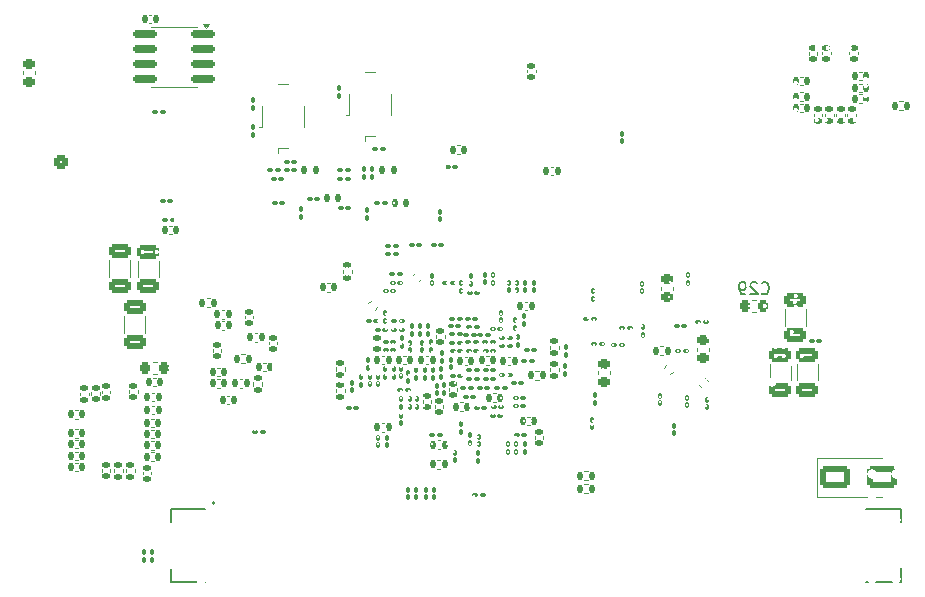
<source format=gbr>
%TF.GenerationSoftware,KiCad,Pcbnew,8.99.0-2767-g6be6680d8c*%
%TF.CreationDate,2024-10-27T19:28:18+01:00*%
%TF.ProjectId,SBC,5342432e-6b69-4636-9164-5f7063625858,rev?*%
%TF.SameCoordinates,Original*%
%TF.FileFunction,Legend,Bot*%
%TF.FilePolarity,Positive*%
%FSLAX46Y46*%
G04 Gerber Fmt 4.6, Leading zero omitted, Abs format (unit mm)*
G04 Created by KiCad (PCBNEW 8.99.0-2767-g6be6680d8c) date 2024-10-27 19:28:18*
%MOMM*%
%LPD*%
G01*
G04 APERTURE LIST*
G04 Aperture macros list*
%AMRoundRect*
0 Rectangle with rounded corners*
0 $1 Rounding radius*
0 $2 $3 $4 $5 $6 $7 $8 $9 X,Y pos of 4 corners*
0 Add a 4 corners polygon primitive as box body*
4,1,4,$2,$3,$4,$5,$6,$7,$8,$9,$2,$3,0*
0 Add four circle primitives for the rounded corners*
1,1,$1+$1,$2,$3*
1,1,$1+$1,$4,$5*
1,1,$1+$1,$6,$7*
1,1,$1+$1,$8,$9*
0 Add four rect primitives between the rounded corners*
20,1,$1+$1,$2,$3,$4,$5,0*
20,1,$1+$1,$4,$5,$6,$7,0*
20,1,$1+$1,$6,$7,$8,$9,0*
20,1,$1+$1,$8,$9,$2,$3,0*%
G04 Aperture macros list end*
%ADD10C,0.150000*%
%ADD11C,0.120000*%
%ADD12C,0.127000*%
%ADD13C,0.200000*%
%ADD14C,1.000000*%
%ADD15RoundRect,0.250000X-0.350000X0.350000X-0.350000X-0.350000X0.350000X-0.350000X0.350000X0.350000X0*%
%ADD16C,1.200000*%
%ADD17C,0.300000*%
%ADD18C,3.100000*%
%ADD19C,4.700000*%
%ADD20RoundRect,0.140000X-0.170000X0.140000X-0.170000X-0.140000X0.170000X-0.140000X0.170000X0.140000X0*%
%ADD21RoundRect,0.100000X0.130000X0.100000X-0.130000X0.100000X-0.130000X-0.100000X0.130000X-0.100000X0*%
%ADD22RoundRect,0.100000X-0.130000X-0.100000X0.130000X-0.100000X0.130000X0.100000X-0.130000X0.100000X0*%
%ADD23RoundRect,0.135000X-0.185000X0.135000X-0.185000X-0.135000X0.185000X-0.135000X0.185000X0.135000X0*%
%ADD24RoundRect,0.140000X0.140000X0.170000X-0.140000X0.170000X-0.140000X-0.170000X0.140000X-0.170000X0*%
%ADD25RoundRect,0.100000X-0.100000X0.130000X-0.100000X-0.130000X0.100000X-0.130000X0.100000X0.130000X0*%
%ADD26RoundRect,0.135000X-0.135000X-0.185000X0.135000X-0.185000X0.135000X0.185000X-0.135000X0.185000X0*%
%ADD27RoundRect,0.100000X0.100000X-0.130000X0.100000X0.130000X-0.100000X0.130000X-0.100000X-0.130000X0*%
%ADD28RoundRect,0.140000X-0.140000X-0.170000X0.140000X-0.170000X0.140000X0.170000X-0.140000X0.170000X0*%
%ADD29C,1.600000*%
%ADD30C,0.900000*%
%ADD31R,1.400000X3.300000*%
%ADD32R,0.250000X0.850000*%
%ADD33R,0.450000X1.200000*%
%ADD34R,0.300000X1.200000*%
%ADD35RoundRect,0.100000X0.021213X0.162635X-0.162635X-0.021213X-0.021213X-0.162635X0.162635X0.021213X0*%
%ADD36RoundRect,0.135000X0.185000X-0.135000X0.185000X0.135000X-0.185000X0.135000X-0.185000X-0.135000X0*%
%ADD37RoundRect,0.140000X0.170000X-0.140000X0.170000X0.140000X-0.170000X0.140000X-0.170000X-0.140000X0*%
%ADD38RoundRect,0.225000X0.225000X0.250000X-0.225000X0.250000X-0.225000X-0.250000X0.225000X-0.250000X0*%
%ADD39RoundRect,0.225000X-0.250000X0.225000X-0.250000X-0.225000X0.250000X-0.225000X0.250000X0.225000X0*%
%ADD40RoundRect,0.135000X0.135000X0.185000X-0.135000X0.185000X-0.135000X-0.185000X0.135000X-0.185000X0*%
%ADD41R,1.200000X1.800000*%
%ADD42RoundRect,0.150000X0.825000X0.150000X-0.825000X0.150000X-0.825000X-0.150000X0.825000X-0.150000X0*%
%ADD43RoundRect,0.250000X-0.650000X0.325000X-0.650000X-0.325000X0.650000X-0.325000X0.650000X0.325000X0*%
%ADD44RoundRect,0.147500X0.147500X0.172500X-0.147500X0.172500X-0.147500X-0.172500X0.147500X-0.172500X0*%
%ADD45RoundRect,0.100000X-0.021213X-0.162635X0.162635X0.021213X0.021213X0.162635X-0.162635X-0.021213X0*%
%ADD46RoundRect,0.140000X0.021213X-0.219203X0.219203X-0.021213X-0.021213X0.219203X-0.219203X0.021213X0*%
%ADD47RoundRect,0.250000X-1.000000X-0.650000X1.000000X-0.650000X1.000000X0.650000X-1.000000X0.650000X0*%
%ADD48RoundRect,0.250000X0.650000X-0.325000X0.650000X0.325000X-0.650000X0.325000X-0.650000X-0.325000X0*%
%ADD49RoundRect,0.135000X0.226274X0.035355X0.035355X0.226274X-0.226274X-0.035355X-0.035355X-0.226274X0*%
%ADD50RoundRect,0.225000X0.250000X-0.225000X0.250000X0.225000X-0.250000X0.225000X-0.250000X-0.225000X0*%
%ADD51RoundRect,0.100000X-0.162635X0.021213X0.021213X-0.162635X0.162635X-0.021213X-0.021213X0.162635X0*%
%ADD52RoundRect,0.135000X0.035355X-0.226274X0.226274X-0.035355X-0.035355X0.226274X-0.226274X0.035355X0*%
%ADD53RoundRect,0.100000X0.162635X-0.021213X-0.021213X0.162635X-0.162635X0.021213X0.021213X-0.162635X0*%
%ADD54RoundRect,0.218750X-0.218750X-0.256250X0.218750X-0.256250X0.218750X0.256250X-0.218750X0.256250X0*%
%ADD55RoundRect,0.147500X0.172500X-0.147500X0.172500X0.147500X-0.172500X0.147500X-0.172500X-0.147500X0*%
%ADD56C,0.800000*%
%ADD57C,0.360000*%
G04 APERTURE END LIST*
D10*
X122008338Y-105174594D02*
X122055957Y-105222214D01*
X122055957Y-105222214D02*
X122198814Y-105269833D01*
X122198814Y-105269833D02*
X122294052Y-105269833D01*
X122294052Y-105269833D02*
X122436909Y-105222214D01*
X122436909Y-105222214D02*
X122532147Y-105126975D01*
X122532147Y-105126975D02*
X122579766Y-105031737D01*
X122579766Y-105031737D02*
X122627385Y-104841261D01*
X122627385Y-104841261D02*
X122627385Y-104698404D01*
X122627385Y-104698404D02*
X122579766Y-104507928D01*
X122579766Y-104507928D02*
X122532147Y-104412690D01*
X122532147Y-104412690D02*
X122436909Y-104317452D01*
X122436909Y-104317452D02*
X122294052Y-104269833D01*
X122294052Y-104269833D02*
X122198814Y-104269833D01*
X122198814Y-104269833D02*
X122055957Y-104317452D01*
X122055957Y-104317452D02*
X122008338Y-104365071D01*
X121627385Y-104365071D02*
X121579766Y-104317452D01*
X121579766Y-104317452D02*
X121484528Y-104269833D01*
X121484528Y-104269833D02*
X121246433Y-104269833D01*
X121246433Y-104269833D02*
X121151195Y-104317452D01*
X121151195Y-104317452D02*
X121103576Y-104365071D01*
X121103576Y-104365071D02*
X121055957Y-104460309D01*
X121055957Y-104460309D02*
X121055957Y-104555547D01*
X121055957Y-104555547D02*
X121103576Y-104698404D01*
X121103576Y-104698404D02*
X121675004Y-105269833D01*
X121675004Y-105269833D02*
X121055957Y-105269833D01*
X120579766Y-105269833D02*
X120389290Y-105269833D01*
X120389290Y-105269833D02*
X120294052Y-105222214D01*
X120294052Y-105222214D02*
X120246433Y-105174594D01*
X120246433Y-105174594D02*
X120151195Y-105031737D01*
X120151195Y-105031737D02*
X120103576Y-104841261D01*
X120103576Y-104841261D02*
X120103576Y-104460309D01*
X120103576Y-104460309D02*
X120151195Y-104365071D01*
X120151195Y-104365071D02*
X120198814Y-104317452D01*
X120198814Y-104317452D02*
X120294052Y-104269833D01*
X120294052Y-104269833D02*
X120484528Y-104269833D01*
X120484528Y-104269833D02*
X120579766Y-104317452D01*
X120579766Y-104317452D02*
X120627385Y-104365071D01*
X120627385Y-104365071D02*
X120675004Y-104460309D01*
X120675004Y-104460309D02*
X120675004Y-104698404D01*
X120675004Y-104698404D02*
X120627385Y-104793642D01*
X120627385Y-104793642D02*
X120579766Y-104841261D01*
X120579766Y-104841261D02*
X120484528Y-104888880D01*
X120484528Y-104888880D02*
X120294052Y-104888880D01*
X120294052Y-104888880D02*
X120198814Y-104841261D01*
X120198814Y-104841261D02*
X120151195Y-104793642D01*
X120151195Y-104793642D02*
X120103576Y-104698404D01*
D11*
%TO.C,C166*%
X93305481Y-114241364D02*
X93305481Y-114457036D01*
X94025481Y-114241364D02*
X94025481Y-114457036D01*
%TO.C,R37*%
X85940000Y-111436759D02*
X85940000Y-111744041D01*
X86700000Y-111436759D02*
X86700000Y-111744041D01*
%TO.C,C5*%
X125501298Y-88197528D02*
X125285626Y-88197528D01*
X125501298Y-88917528D02*
X125285626Y-88917528D01*
%TO.C,R63*%
X106966359Y-121350400D02*
X107273641Y-121350400D01*
X106966359Y-122110400D02*
X107273641Y-122110400D01*
%TO.C,R74*%
X78963881Y-112715173D02*
X78963881Y-113022455D01*
X79723881Y-112715173D02*
X79723881Y-113022455D01*
%TO.C,C284*%
X77817164Y-112465000D02*
X78032836Y-112465000D01*
X77817164Y-113185000D02*
X78032836Y-113185000D01*
%TO.C,C10*%
X129283462Y-89999692D02*
X129283462Y-90215364D01*
X130003462Y-89999692D02*
X130003462Y-90215364D01*
D12*
%TO.C,J1*%
X72015481Y-123445014D02*
X72015481Y-124545014D01*
X72015481Y-128545014D02*
X72015481Y-129645014D01*
X72015481Y-129645014D02*
X74915481Y-129645014D01*
X74915481Y-123445014D02*
X72015481Y-123445014D01*
X133815481Y-123445014D02*
X130815481Y-123445014D01*
X133815481Y-123445014D02*
X133815481Y-124545014D01*
X133815481Y-128445014D02*
X133815481Y-129645014D01*
X133815481Y-129645014D02*
X130815481Y-129645014D01*
D13*
X75690481Y-122945014D02*
G75*
G02*
X75490481Y-122945014I-100000J0D01*
G01*
X75490481Y-122945014D02*
G75*
G02*
X75690481Y-122945014I100000J0D01*
G01*
D11*
%TO.C,R38*%
X86540000Y-103201759D02*
X86540000Y-103509041D01*
X87300000Y-103201759D02*
X87300000Y-103509041D01*
%TO.C,C331*%
X70527836Y-115820400D02*
X70312164Y-115820400D01*
X70527836Y-116540400D02*
X70312164Y-116540400D01*
%TO.C,R97*%
X68167981Y-120359055D02*
X68167981Y-120051773D01*
X68927981Y-120359055D02*
X68927981Y-120051773D01*
%TO.C,R72*%
X133644821Y-88945028D02*
X133952103Y-88945028D01*
X133644821Y-89705028D02*
X133952103Y-89705028D01*
%TO.C,C213*%
X85257645Y-104335014D02*
X85473317Y-104335014D01*
X85257645Y-105055014D02*
X85473317Y-105055014D01*
%TO.C,C12*%
X129433462Y-84977864D02*
X129433462Y-84762192D01*
X130153462Y-84977864D02*
X130153462Y-84762192D01*
%TO.C,C29*%
X121506061Y-105735014D02*
X121224901Y-105735014D01*
X121506061Y-106755014D02*
X121224901Y-106755014D01*
%TO.C,C334*%
X63887164Y-115095400D02*
X64102836Y-115095400D01*
X63887164Y-115815400D02*
X64102836Y-115815400D01*
%TO.C,C256*%
X108127513Y-111786301D02*
X108127513Y-112067461D01*
X109147513Y-111786301D02*
X109147513Y-112067461D01*
%TO.C,R70*%
X104084400Y-111507959D02*
X104084400Y-111815241D01*
X104844400Y-111507959D02*
X104844400Y-111815241D01*
%TO.C,R75*%
X78252922Y-110355214D02*
X77945640Y-110355214D01*
X78252922Y-111115214D02*
X77945640Y-111115214D01*
%TO.C,C203*%
X94452400Y-108955436D02*
X94452400Y-108739764D01*
X95172400Y-108955436D02*
X95172400Y-108739764D01*
%TO.C,C159*%
X102175541Y-105914790D02*
X101959869Y-105914790D01*
X102175541Y-106634790D02*
X101959869Y-106634790D01*
%TO.C,C281*%
X79092164Y-108570400D02*
X79307836Y-108570400D01*
X79092164Y-109290400D02*
X79307836Y-109290400D01*
%TO.C,R71*%
X104084400Y-109628359D02*
X104084400Y-109935641D01*
X104844400Y-109628359D02*
X104844400Y-109935641D01*
%TO.C,C285*%
X75560000Y-109922564D02*
X75560000Y-110138236D01*
X76280000Y-109922564D02*
X76280000Y-110138236D01*
%TO.C,C7*%
X126433462Y-89999692D02*
X126433462Y-90215364D01*
X127153462Y-89999692D02*
X127153462Y-90215364D01*
%TO.C,Y4*%
X79677481Y-89312014D02*
X79677481Y-91112014D01*
X79677481Y-91112014D02*
X79437481Y-91112014D01*
X81077481Y-92912014D02*
X81877481Y-92912014D01*
X81077481Y-93312014D02*
X81077481Y-92912014D01*
X81877481Y-87512014D02*
X81077481Y-87512014D01*
X83277481Y-91112014D02*
X83277481Y-89312014D01*
%TO.C,C134*%
X95505481Y-113452850D02*
X95505481Y-113237178D01*
X96225481Y-113452850D02*
X96225481Y-113237178D01*
%TO.C,C6*%
X125501298Y-89147528D02*
X125285626Y-89147528D01*
X125501298Y-89867528D02*
X125285626Y-89867528D01*
%TO.C,Y3*%
X87043481Y-88296014D02*
X87043481Y-90096014D01*
X87043481Y-90096014D02*
X86803481Y-90096014D01*
X88443481Y-91896014D02*
X89243481Y-91896014D01*
X88443481Y-92296014D02*
X88443481Y-91896014D01*
X89243481Y-86496014D02*
X88443481Y-86496014D01*
X90643481Y-90096014D02*
X90643481Y-88296014D01*
%TO.C,C275*%
X71869645Y-99478614D02*
X72085317Y-99478614D01*
X71869645Y-100198614D02*
X72085317Y-100198614D01*
%TO.C,U18*%
X72252481Y-82613014D02*
X70302481Y-82613014D01*
X72252481Y-82613014D02*
X74202481Y-82613014D01*
X72252481Y-87733014D02*
X70302481Y-87733014D01*
X72252481Y-87733014D02*
X74202481Y-87733014D01*
X74952481Y-82708014D02*
X74712481Y-82378014D01*
X75192481Y-82378014D01*
X74952481Y-82708014D01*
G36*
X74952481Y-82708014D02*
G01*
X74712481Y-82378014D01*
X75192481Y-82378014D01*
X74952481Y-82708014D01*
G37*
%TO.C,C283*%
X79822164Y-111065000D02*
X80037836Y-111065000D01*
X79822164Y-111785000D02*
X80037836Y-111785000D01*
%TO.C,C2*%
X127133462Y-84977864D02*
X127133462Y-84762192D01*
X127853462Y-84977864D02*
X127853462Y-84762192D01*
%TO.C,C324*%
X70577836Y-113620400D02*
X70362164Y-113620400D01*
X70577836Y-114340400D02*
X70362164Y-114340400D01*
%TO.C,C42*%
X124983462Y-111158776D02*
X124983462Y-112581280D01*
X126803462Y-111158776D02*
X126803462Y-112581280D01*
%TO.C,C321*%
X70727836Y-112332900D02*
X70512164Y-112332900D01*
X70727836Y-113052900D02*
X70512164Y-113052900D01*
%TO.C,C13*%
X130285626Y-88347528D02*
X130501298Y-88347528D01*
X130285626Y-89067528D02*
X130501298Y-89067528D01*
%TO.C,C330*%
X63887164Y-118620400D02*
X64102836Y-118620400D01*
X63887164Y-119340400D02*
X64102836Y-119340400D01*
%TO.C,C191*%
X91901519Y-110487139D02*
X91685847Y-110487139D01*
X91901519Y-111207139D02*
X91685847Y-111207139D01*
%TO.C,C171*%
X92475071Y-103648107D02*
X92627574Y-103495604D01*
X92984188Y-104157224D02*
X93136691Y-104004721D01*
%TO.C,C336*%
X70577836Y-114720400D02*
X70362164Y-114720400D01*
X70577836Y-115440400D02*
X70362164Y-115440400D01*
%TO.C,D1*%
X126736481Y-119112414D02*
X132246481Y-119112414D01*
X126736481Y-122412414D02*
X126736481Y-119112414D01*
X126736481Y-122412414D02*
X132246481Y-122412414D01*
%TO.C,C155*%
X102155481Y-86502850D02*
X102155481Y-86287178D01*
X102875481Y-86502850D02*
X102875481Y-86287178D01*
%TO.C,C333*%
X66160000Y-120293250D02*
X66160000Y-120077578D01*
X66880000Y-120293250D02*
X66880000Y-120077578D01*
%TO.C,C329*%
X65260000Y-113585064D02*
X65260000Y-113800736D01*
X65980000Y-113585064D02*
X65980000Y-113800736D01*
%TO.C,C68*%
X68019881Y-107153762D02*
X68019881Y-108576266D01*
X69839881Y-107153762D02*
X69839881Y-108576266D01*
%TO.C,C156*%
X98699144Y-110521080D02*
X98914816Y-110521080D01*
X98699144Y-111241080D02*
X98914816Y-111241080D01*
%TO.C,C280*%
X76157836Y-111515000D02*
X75942164Y-111515000D01*
X76157836Y-112235000D02*
X75942164Y-112235000D01*
%TO.C,C15*%
X126008462Y-85007864D02*
X126008462Y-84792192D01*
X126728462Y-85007864D02*
X126728462Y-84792192D01*
%TO.C,C326*%
X69610000Y-120538236D02*
X69610000Y-120322564D01*
X70330000Y-120538236D02*
X70330000Y-120322564D01*
%TO.C,C319*%
X64310000Y-113622564D02*
X64310000Y-113838236D01*
X65030000Y-113622564D02*
X65030000Y-113838236D01*
%TO.C,R35*%
X103171922Y-111756614D02*
X102864640Y-111756614D01*
X103171922Y-112516614D02*
X102864640Y-112516614D01*
%TO.C,C152*%
X94355481Y-114687178D02*
X94355481Y-114902850D01*
X95075481Y-114687178D02*
X95075481Y-114902850D01*
%TO.C,C169*%
X100523499Y-110557414D02*
X100739171Y-110557414D01*
X100523499Y-111277414D02*
X100739171Y-111277414D01*
%TO.C,R39*%
X85940000Y-113594041D02*
X85940000Y-113286759D01*
X86700000Y-113594041D02*
X86700000Y-113286759D01*
%TO.C,C44*%
X123968462Y-107981280D02*
X123968462Y-106558776D01*
X125788462Y-107981280D02*
X125788462Y-106558776D01*
%TO.C,C332*%
X70527836Y-117720400D02*
X70312164Y-117720400D01*
X70527836Y-118440400D02*
X70312164Y-118440400D01*
%TO.C,C286*%
X76742164Y-113865000D02*
X76957836Y-113865000D01*
X76742164Y-114585000D02*
X76957836Y-114585000D01*
%TO.C,R64*%
X113389222Y-109684729D02*
X113696504Y-109684729D01*
X113389222Y-110444729D02*
X113696504Y-110444729D01*
%TO.C,R73*%
X75323641Y-105612900D02*
X75016359Y-105612900D01*
X75323641Y-106372900D02*
X75016359Y-106372900D01*
%TO.C,C131*%
X104373317Y-94485014D02*
X104157645Y-94485014D01*
X104373317Y-95205014D02*
X104157645Y-95205014D01*
%TO.C,C335*%
X70527836Y-116770400D02*
X70312164Y-116770400D01*
X70527836Y-117490400D02*
X70312164Y-117490400D01*
%TO.C,C179*%
X93561645Y-110504632D02*
X93777317Y-110504632D01*
X93561645Y-111224632D02*
X93777317Y-111224632D01*
%TO.C,C37*%
X122683462Y-111158776D02*
X122683462Y-112581280D01*
X124503462Y-111158776D02*
X124503462Y-112581280D01*
%TO.C,R34*%
X116909940Y-113157741D02*
X116692659Y-112940460D01*
X117447341Y-112620340D02*
X117230060Y-112403059D01*
%TO.C,C9*%
X128333462Y-89999692D02*
X128333462Y-90215364D01*
X129053462Y-89999692D02*
X129053462Y-90215364D01*
%TO.C,C257*%
X113479400Y-104918780D02*
X113479400Y-104637620D01*
X114499400Y-104918780D02*
X114499400Y-104637620D01*
%TO.C,C277*%
X76317164Y-107565000D02*
X76532836Y-107565000D01*
X76317164Y-108285000D02*
X76532836Y-108285000D01*
%TO.C,C67*%
X69188281Y-102429362D02*
X69188281Y-103851866D01*
X71008281Y-102429362D02*
X71008281Y-103851866D01*
%TO.C,C158*%
X102161645Y-115663945D02*
X102377317Y-115663945D01*
X102161645Y-116383945D02*
X102377317Y-116383945D01*
%TO.C,C268*%
X116510000Y-110070980D02*
X116510000Y-109789820D01*
X117530000Y-110070980D02*
X117530000Y-109789820D01*
%TO.C,R41*%
X94823641Y-119312900D02*
X94516359Y-119312900D01*
X94823641Y-120072900D02*
X94516359Y-120072900D01*
%TO.C,C4*%
X125501298Y-86847528D02*
X125285626Y-86847528D01*
X125501298Y-87567528D02*
X125285626Y-87567528D01*
%TO.C,R40*%
X88703283Y-106059716D02*
X88920564Y-105842435D01*
X89240684Y-106597117D02*
X89457965Y-106379836D01*
%TO.C,C338*%
X63887164Y-117610400D02*
X64102836Y-117610400D01*
X63887164Y-118330400D02*
X64102836Y-118330400D01*
%TO.C,C130*%
X96496964Y-114427600D02*
X96712636Y-114427600D01*
X96496964Y-115147600D02*
X96712636Y-115147600D01*
%TO.C,C3*%
X130285626Y-86447528D02*
X130501298Y-86447528D01*
X130285626Y-87167528D02*
X130501298Y-87167528D01*
%TO.C,C170*%
X102798481Y-117530850D02*
X102798481Y-117315178D01*
X103518481Y-117530850D02*
X103518481Y-117315178D01*
%TO.C,C141*%
X94582645Y-117660014D02*
X94798317Y-117660014D01*
X94582645Y-118380014D02*
X94798317Y-118380014D01*
%TO.C,C339*%
X63887164Y-119545400D02*
X64102836Y-119545400D01*
X63887164Y-120265400D02*
X64102836Y-120265400D01*
%TO.C,C311*%
X70139645Y-81608014D02*
X70355317Y-81608014D01*
X70139645Y-82328014D02*
X70355317Y-82328014D01*
%TO.C,C337*%
X68464519Y-113422564D02*
X68464519Y-113638236D01*
X69184519Y-113422564D02*
X69184519Y-113638236D01*
%TO.C,C290*%
X59455481Y-86379434D02*
X59455481Y-86660594D01*
X60475481Y-86379434D02*
X60475481Y-86660594D01*
%TO.C,C8*%
X127383462Y-89999692D02*
X127383462Y-90215364D01*
X128103462Y-89999692D02*
X128103462Y-90215364D01*
%TO.C,C194*%
X90054542Y-110477857D02*
X89838870Y-110477857D01*
X90054542Y-111197857D02*
X89838870Y-111197857D01*
%TO.C,R98*%
X67167981Y-120359055D02*
X67167981Y-120051773D01*
X67927981Y-120359055D02*
X67927981Y-120051773D01*
%TO.C,C167*%
X97073951Y-110554100D02*
X96858279Y-110554100D01*
X97073951Y-111274100D02*
X96858279Y-111274100D01*
%TO.C,C323*%
X63887164Y-116690400D02*
X64102836Y-116690400D01*
X63887164Y-117410400D02*
X64102836Y-117410400D01*
%TO.C,C11*%
X130285626Y-87447528D02*
X130501298Y-87447528D01*
X130285626Y-88167528D02*
X130501298Y-88167528D01*
%TO.C,C157*%
X99484411Y-113682745D02*
X99268739Y-113682745D01*
X99484411Y-114402745D02*
X99268739Y-114402745D01*
%TO.C,C325*%
X70527836Y-118670400D02*
X70312164Y-118670400D01*
X70527836Y-119390400D02*
X70312164Y-119390400D01*
%TO.C,FB7*%
X70457221Y-110982900D02*
X70782779Y-110982900D01*
X70457221Y-112002900D02*
X70782779Y-112002900D01*
%TO.C,C279*%
X76292164Y-106615000D02*
X76507836Y-106615000D01*
X76292164Y-107335000D02*
X76507836Y-107335000D01*
%TO.C,C174*%
X96473317Y-92685014D02*
X96257645Y-92685014D01*
X96473317Y-93405014D02*
X96257645Y-93405014D01*
%TO.C,C278*%
X78240000Y-107332836D02*
X78240000Y-107117164D01*
X78960000Y-107332836D02*
X78960000Y-107117164D01*
%TO.C,R62*%
X106966359Y-120250400D02*
X107273641Y-120250400D01*
X106966359Y-121010400D02*
X107273641Y-121010400D01*
%TO.C,C142*%
X90053317Y-116185014D02*
X89837645Y-116185014D01*
X90053317Y-116905014D02*
X89837645Y-116905014D01*
%TO.C,C327*%
X66160000Y-113447564D02*
X66160000Y-113663236D01*
X66880000Y-113447564D02*
X66880000Y-113663236D01*
%TO.C,C71*%
X66749881Y-102403962D02*
X66749881Y-103826466D01*
X68569881Y-102403962D02*
X68569881Y-103826466D01*
%TO.C,C282*%
X76157836Y-112465000D02*
X75942164Y-112465000D01*
X76157836Y-113185000D02*
X75942164Y-113185000D01*
%TO.C,R65*%
X113729669Y-111519111D02*
X113946950Y-111301830D01*
X114267070Y-112056512D02*
X114484351Y-111839231D01*
%TO.C,C287*%
X80290000Y-109532836D02*
X80290000Y-109317164D01*
X81010000Y-109532836D02*
X81010000Y-109317164D01*
%TD*%
%LPC*%
D14*
X57565481Y-77545014D02*
X141565481Y-77545014D01*
X141565481Y-132545014D01*
X57565481Y-132545014D01*
X57565481Y-77545014D01*
D15*
%TO.C,J2*%
X62677481Y-94118014D03*
D16*
X60677481Y-94118014D03*
X62677481Y-96118014D03*
X60677481Y-96118014D03*
X62677481Y-98118014D03*
X60677481Y-98118014D03*
X62677481Y-100118014D03*
X60677481Y-100118014D03*
X62677481Y-102118014D03*
X60677481Y-102118014D03*
%TD*%
D17*
%TO.C,U6*%
X68751281Y-105159014D03*
X69251281Y-105159014D03*
X69751281Y-105159014D03*
X68751281Y-104159014D03*
X69251281Y-104159014D03*
X69751281Y-104159014D03*
%TD*%
D18*
%TO.C,H3*%
X61565481Y-81545014D03*
D19*
X61565481Y-81545014D03*
%TD*%
D18*
%TO.C,H1*%
X137565481Y-81545014D03*
D19*
X137565481Y-81545014D03*
%TD*%
D18*
%TO.C,H2*%
X61565481Y-128545014D03*
D19*
X61565481Y-128545014D03*
%TD*%
D18*
%TO.C,H4*%
X137565481Y-128545014D03*
D19*
X137565481Y-128545014D03*
%TD*%
D20*
%TO.C,C166*%
X93665481Y-113869200D03*
X93665481Y-114829200D03*
%TD*%
D21*
%TO.C,C138*%
X71935481Y-97395014D03*
X71295481Y-97395014D03*
%TD*%
%TO.C,C216*%
X97913495Y-112433020D03*
X97273495Y-112433020D03*
%TD*%
D22*
%TO.C,C296*%
X86339081Y-95495214D03*
X86979081Y-95495214D03*
%TD*%
D23*
%TO.C,R37*%
X86320000Y-111080400D03*
X86320000Y-112100400D03*
%TD*%
D24*
%TO.C,C5*%
X125873462Y-88557528D03*
X124913462Y-88557528D03*
%TD*%
D25*
%TO.C,C181*%
X110165481Y-91675014D03*
X110165481Y-92315014D03*
%TD*%
D26*
%TO.C,R63*%
X106610000Y-121730400D03*
X107630000Y-121730400D03*
%TD*%
D22*
%TO.C,C161*%
X98201881Y-108695014D03*
X98841881Y-108695014D03*
%TD*%
D27*
%TO.C,C241*%
X101315481Y-104943790D03*
X101315481Y-104303790D03*
%TD*%
D23*
%TO.C,R74*%
X79343881Y-112358814D03*
X79343881Y-113378814D03*
%TD*%
D28*
%TO.C,C284*%
X77445000Y-112825000D03*
X78405000Y-112825000D03*
%TD*%
D21*
%TO.C,C185*%
X99882281Y-115561214D03*
X99242281Y-115561214D03*
%TD*%
D20*
%TO.C,C10*%
X129643462Y-89627528D03*
X129643462Y-90587528D03*
%TD*%
D27*
%TO.C,C246*%
X92068000Y-112619200D03*
X92068000Y-111979200D03*
%TD*%
%TO.C,C198*%
X99921405Y-107494585D03*
X99921405Y-106854585D03*
%TD*%
D29*
%TO.C,J1*%
X131765481Y-126545014D03*
D30*
X74065481Y-126545014D03*
D31*
X133615481Y-126545014D03*
D32*
X132790481Y-125320014D03*
X132790481Y-127770014D03*
D31*
X72215481Y-126545014D03*
D32*
X73040481Y-125320014D03*
X73040481Y-127770014D03*
D33*
X75590481Y-123845014D03*
D34*
X76165481Y-123845014D03*
X76665481Y-123845014D03*
X77165481Y-123845014D03*
X77665481Y-123845014D03*
X78165481Y-123845014D03*
X78665481Y-123845014D03*
X79165481Y-123845014D03*
X79665481Y-123845014D03*
X80165481Y-123845014D03*
X80665481Y-123845014D03*
X81165481Y-123845014D03*
X81665481Y-123845014D03*
X82165481Y-123845014D03*
X82665481Y-123845014D03*
X83165481Y-123845014D03*
X83665481Y-123845014D03*
X84165481Y-123845014D03*
X84665481Y-123845014D03*
X85165481Y-123845014D03*
X85665481Y-123845014D03*
X86165481Y-123845014D03*
X86665481Y-123845014D03*
X87165481Y-123845014D03*
X87665481Y-123845014D03*
X88165481Y-123845014D03*
X88665481Y-123845014D03*
X89165481Y-123845014D03*
X89665481Y-123845014D03*
X90165481Y-123845014D03*
X90665481Y-123845014D03*
X91165481Y-123845014D03*
X91665481Y-123845014D03*
X92165481Y-123845014D03*
X92665481Y-123845014D03*
X93165481Y-123845014D03*
X93665481Y-123845014D03*
X94165481Y-123845014D03*
X94665481Y-123845014D03*
X95165481Y-123845014D03*
X95665481Y-123845014D03*
X96165481Y-123845014D03*
X96665481Y-123845014D03*
X97165481Y-123845014D03*
X97665481Y-123845014D03*
X98165481Y-123845014D03*
X98665481Y-123845014D03*
X99165481Y-123845014D03*
X99665481Y-123845014D03*
X100165481Y-123845014D03*
X100665481Y-123845014D03*
X101165481Y-123845014D03*
X101665481Y-123845014D03*
X102165481Y-123845014D03*
X102665481Y-123845014D03*
X103165481Y-123845014D03*
X103665481Y-123845014D03*
X104165481Y-123845014D03*
X104665481Y-123845014D03*
X105165481Y-123845014D03*
X105665481Y-123845014D03*
X106165481Y-123845014D03*
X106665481Y-123845014D03*
X107165481Y-123845014D03*
X107665481Y-123845014D03*
X108165481Y-123845014D03*
X108665481Y-123845014D03*
X109165481Y-123845014D03*
X109665481Y-123845014D03*
X110165481Y-123845014D03*
X110665481Y-123845014D03*
X111165481Y-123845014D03*
X111665481Y-123845014D03*
X112165481Y-123845014D03*
X112665481Y-123845014D03*
X113165481Y-123845014D03*
X113665481Y-123845014D03*
X114165481Y-123845014D03*
X114665481Y-123845014D03*
X115165481Y-123845014D03*
X115665481Y-123845014D03*
X116165481Y-123845014D03*
X116665481Y-123845014D03*
X117165481Y-123845014D03*
X117665481Y-123845014D03*
X118165481Y-123845014D03*
X118665481Y-123845014D03*
X119165481Y-123845014D03*
X119665481Y-123845014D03*
X120165481Y-123845014D03*
X120665481Y-123845014D03*
X121165481Y-123845014D03*
X121665481Y-123845014D03*
X122165481Y-123845014D03*
X122665481Y-123845014D03*
X123165481Y-123845014D03*
X123665481Y-123845014D03*
X124165481Y-123845014D03*
X124665481Y-123845014D03*
X125165481Y-123845014D03*
X125665481Y-123845014D03*
X126165481Y-123845014D03*
X126665481Y-123845014D03*
X127165481Y-123845014D03*
X127665481Y-123845014D03*
X128165481Y-123845014D03*
X128665481Y-123845014D03*
X129165481Y-123845014D03*
X129665481Y-123845014D03*
D33*
X130240481Y-123845014D03*
X75590481Y-129245014D03*
D34*
X76165481Y-129245014D03*
X76665481Y-129245014D03*
X77165481Y-129245014D03*
X77665481Y-129245014D03*
X78165481Y-129245014D03*
X78665481Y-129245014D03*
X79165481Y-129245014D03*
X79665481Y-129245014D03*
X80165481Y-129245014D03*
X80665481Y-129245014D03*
X81165481Y-129245014D03*
X81665481Y-129245014D03*
X82165481Y-129245014D03*
X82665481Y-129245014D03*
X83165481Y-129245014D03*
X83665481Y-129245014D03*
X84165481Y-129245014D03*
X84665481Y-129245014D03*
X85165481Y-129245014D03*
X85665481Y-129245014D03*
X86165481Y-129245014D03*
X86665481Y-129245014D03*
X87165481Y-129245014D03*
X87665481Y-129245014D03*
X88165481Y-129245014D03*
X88665481Y-129245014D03*
X89165481Y-129245014D03*
X89665481Y-129245014D03*
X90165481Y-129245014D03*
X90665481Y-129245014D03*
X91165481Y-129245014D03*
X91665481Y-129245014D03*
X92165481Y-129245014D03*
X92665481Y-129245014D03*
X93165481Y-129245014D03*
X93665481Y-129245014D03*
X94165481Y-129245014D03*
X94665481Y-129245014D03*
X95165481Y-129245014D03*
X95665481Y-129245014D03*
X96165481Y-129245014D03*
X96665481Y-129245014D03*
X97165481Y-129245014D03*
X97665481Y-129245014D03*
X98165481Y-129245014D03*
X98665481Y-129245014D03*
X99165481Y-129245014D03*
X99665481Y-129245014D03*
X100165481Y-129245014D03*
X100665481Y-129245014D03*
X101165481Y-129245014D03*
X101665481Y-129245014D03*
X102165481Y-129245014D03*
X102665481Y-129245014D03*
X103165481Y-129245014D03*
X103665481Y-129245014D03*
X104165481Y-129245014D03*
X104665481Y-129245014D03*
X105165481Y-129245014D03*
X105665481Y-129245014D03*
X106165481Y-129245014D03*
X106665481Y-129245014D03*
X107165481Y-129245014D03*
X107665481Y-129245014D03*
X108165481Y-129245014D03*
X108665481Y-129245014D03*
X109165481Y-129245014D03*
X109665481Y-129245014D03*
X110165481Y-129245014D03*
X110665481Y-129245014D03*
X111165481Y-129245014D03*
X111665481Y-129245014D03*
X112165481Y-129245014D03*
X112665481Y-129245014D03*
X113165481Y-129245014D03*
X113665481Y-129245014D03*
X114165481Y-129245014D03*
X114665481Y-129245014D03*
X115165481Y-129245014D03*
X115665481Y-129245014D03*
X116165481Y-129245014D03*
X116665481Y-129245014D03*
X117165481Y-129245014D03*
X117665481Y-129245014D03*
X118165481Y-129245014D03*
X118665481Y-129245014D03*
X119165481Y-129245014D03*
X119665481Y-129245014D03*
X120165481Y-129245014D03*
X120665481Y-129245014D03*
X121165481Y-129245014D03*
X121665481Y-129245014D03*
X122165481Y-129245014D03*
X122665481Y-129245014D03*
X123165481Y-129245014D03*
X123665481Y-129245014D03*
X124165481Y-129245014D03*
X124665481Y-129245014D03*
X125165481Y-129245014D03*
X125665481Y-129245014D03*
X126165481Y-129245014D03*
X126665481Y-129245014D03*
X127165481Y-129245014D03*
X127665481Y-129245014D03*
X128165481Y-129245014D03*
X128665481Y-129245014D03*
X129165481Y-129245014D03*
X129665481Y-129245014D03*
D33*
X130240481Y-129245014D03*
%TD*%
D27*
%TO.C,C208*%
X101167910Y-108138475D03*
X101167910Y-107498475D03*
%TD*%
D35*
%TO.C,C193*%
X90478755Y-113016740D03*
X90026207Y-113469288D03*
%TD*%
D21*
%TO.C,C222*%
X96479681Y-107376614D03*
X95839681Y-107376614D03*
%TD*%
D23*
%TO.C,R38*%
X86920000Y-102845400D03*
X86920000Y-103865400D03*
%TD*%
D24*
%TO.C,C331*%
X70900000Y-116180400D03*
X69940000Y-116180400D03*
%TD*%
D25*
%TO.C,C215*%
X92865481Y-114175014D03*
X92865481Y-114815014D03*
%TD*%
D22*
%TO.C,C211*%
X95855921Y-110113683D03*
X96495921Y-110113683D03*
%TD*%
D21*
%TO.C,C118*%
X91535481Y-107545014D03*
X90895481Y-107545014D03*
%TD*%
D25*
%TO.C,C125*%
X98015481Y-118725014D03*
X98015481Y-119365014D03*
%TD*%
D21*
%TO.C,C227*%
X93015481Y-101135014D03*
X92375481Y-101135014D03*
%TD*%
D22*
%TO.C,C276*%
X71530881Y-99000414D03*
X72170881Y-99000414D03*
%TD*%
D21*
%TO.C,C186*%
X100695430Y-108982430D03*
X100055430Y-108982430D03*
%TD*%
D36*
%TO.C,R97*%
X68547981Y-120715414D03*
X68547981Y-119695414D03*
%TD*%
D27*
%TO.C,C255*%
X105480400Y-110406800D03*
X105480400Y-109766800D03*
%TD*%
D26*
%TO.C,R72*%
X133288462Y-89325028D03*
X134308462Y-89325028D03*
%TD*%
D28*
%TO.C,C213*%
X84885481Y-104695014D03*
X85845481Y-104695014D03*
%TD*%
D37*
%TO.C,C12*%
X129793462Y-85350028D03*
X129793462Y-84390028D03*
%TD*%
D22*
%TO.C,C113*%
X90175481Y-105045014D03*
X90815481Y-105045014D03*
%TD*%
D38*
%TO.C,C29*%
X122140481Y-106245014D03*
X120590481Y-106245014D03*
%TD*%
D27*
%TO.C,C183*%
X94515481Y-113665014D03*
X94515481Y-113025014D03*
%TD*%
D21*
%TO.C,C89*%
X91043081Y-101896014D03*
X90403081Y-101896014D03*
%TD*%
D22*
%TO.C,C209*%
X101285425Y-117212665D03*
X101925425Y-117212665D03*
%TD*%
D28*
%TO.C,C334*%
X63515000Y-115455400D03*
X64475000Y-115455400D03*
%TD*%
D21*
%TO.C,C178*%
X101826365Y-114026235D03*
X101186365Y-114026235D03*
%TD*%
D39*
%TO.C,C256*%
X108637513Y-111151881D03*
X108637513Y-112701881D03*
%TD*%
D22*
%TO.C,C123*%
X89495481Y-108295014D03*
X90135481Y-108295014D03*
%TD*%
D27*
%TO.C,C250*%
X100615481Y-104943790D03*
X100615481Y-104303790D03*
%TD*%
%TO.C,C202*%
X94191800Y-112362632D03*
X94191800Y-111722632D03*
%TD*%
%TO.C,C267*%
X111883000Y-105024200D03*
X111883000Y-104384200D03*
%TD*%
D21*
%TO.C,C90*%
X91043081Y-101159414D03*
X90403081Y-101159414D03*
%TD*%
D25*
%TO.C,C265*%
X114620000Y-116410400D03*
X114620000Y-117050400D03*
%TD*%
D27*
%TO.C,C234*%
X94903000Y-112245014D03*
X94903000Y-111605014D03*
%TD*%
D25*
%TO.C,C190*%
X96015481Y-118700014D03*
X96015481Y-119340014D03*
%TD*%
D27*
%TO.C,C162*%
X90865481Y-112265014D03*
X90865481Y-111625014D03*
%TD*%
D23*
%TO.C,R70*%
X104464400Y-111151600D03*
X104464400Y-112171600D03*
%TD*%
D40*
%TO.C,R75*%
X78609281Y-110735214D03*
X77589281Y-110735214D03*
%TD*%
D21*
%TO.C,C220*%
X96489301Y-112193369D03*
X95849301Y-112193369D03*
%TD*%
%TO.C,C72*%
X98397481Y-122268014D03*
X97757481Y-122268014D03*
%TD*%
D37*
%TO.C,C203*%
X94812400Y-109327600D03*
X94812400Y-108367600D03*
%TD*%
D24*
%TO.C,C159*%
X102547705Y-106274790D03*
X101587705Y-106274790D03*
%TD*%
D25*
%TO.C,R100*%
X70403081Y-127103014D03*
X70403081Y-127743014D03*
%TD*%
D21*
%TO.C,C197*%
X99955481Y-114865014D03*
X99315481Y-114865014D03*
%TD*%
D25*
%TO.C,C117*%
X88115481Y-112300014D03*
X88115481Y-112940014D03*
%TD*%
D21*
%TO.C,C235*%
X90820000Y-109300000D03*
X90180000Y-109300000D03*
%TD*%
D22*
%TO.C,C135*%
X95700481Y-107970014D03*
X96340481Y-107970014D03*
%TD*%
D28*
%TO.C,C281*%
X78720000Y-108930400D03*
X79680000Y-108930400D03*
%TD*%
D27*
%TO.C,C189*%
X102015481Y-104952045D03*
X102015481Y-104312045D03*
%TD*%
D21*
%TO.C,C206*%
X99894695Y-108189414D03*
X99254695Y-108189414D03*
%TD*%
%TO.C,C175*%
X97863965Y-110047325D03*
X97223965Y-110047325D03*
%TD*%
D23*
%TO.C,R71*%
X104464400Y-109272000D03*
X104464400Y-110292000D03*
%TD*%
D20*
%TO.C,C285*%
X75920000Y-109550400D03*
X75920000Y-110510400D03*
%TD*%
D25*
%TO.C,R99*%
X69691881Y-127103014D03*
X69691881Y-127743014D03*
%TD*%
D22*
%TO.C,C128*%
X94145481Y-117195014D03*
X94785481Y-117195014D03*
%TD*%
D25*
%TO.C,C299*%
X89046681Y-94682414D03*
X89046681Y-95322414D03*
%TD*%
D21*
%TO.C,C237*%
X92038000Y-113374200D03*
X91398000Y-113374200D03*
%TD*%
D25*
%TO.C,C177*%
X101250460Y-117957560D03*
X101250460Y-118597560D03*
%TD*%
D21*
%TO.C,C248*%
X100695430Y-109684105D03*
X100055430Y-109684105D03*
%TD*%
D20*
%TO.C,C7*%
X126793462Y-89627528D03*
X126793462Y-90587528D03*
%TD*%
D41*
%TO.C,Y4*%
X80277481Y-92212014D03*
X80277481Y-88212014D03*
X82677481Y-88212014D03*
X82677481Y-92212014D03*
%TD*%
D22*
%TO.C,C304*%
X80801881Y-97527214D03*
X81441881Y-97527214D03*
%TD*%
D37*
%TO.C,C134*%
X95865481Y-113825014D03*
X95865481Y-112865014D03*
%TD*%
D25*
%TO.C,C233*%
X92769400Y-111724400D03*
X92769400Y-112364400D03*
%TD*%
D24*
%TO.C,C6*%
X125873462Y-89507528D03*
X124913462Y-89507528D03*
%TD*%
D27*
%TO.C,C151*%
X90165481Y-112265014D03*
X90165481Y-111625014D03*
%TD*%
D41*
%TO.C,Y3*%
X87643481Y-91196014D03*
X87643481Y-87196014D03*
X90043481Y-87196014D03*
X90043481Y-91196014D03*
%TD*%
D28*
%TO.C,C275*%
X71497481Y-99838614D03*
X72457481Y-99838614D03*
%TD*%
D25*
%TO.C,C201*%
X94815481Y-98275014D03*
X94815481Y-98915014D03*
%TD*%
D42*
%TO.C,U18*%
X74727481Y-83268014D03*
X74727481Y-84538014D03*
X74727481Y-85808014D03*
X74727481Y-87078014D03*
X69777481Y-87078014D03*
X69777481Y-85808014D03*
X69777481Y-84538014D03*
X69777481Y-83268014D03*
%TD*%
D27*
%TO.C,C306*%
X83052281Y-98726014D03*
X83052281Y-98086014D03*
%TD*%
D25*
%TO.C,C214*%
X91535800Y-109004800D03*
X91535800Y-109644800D03*
%TD*%
D28*
%TO.C,C283*%
X79450000Y-111425000D03*
X80410000Y-111425000D03*
%TD*%
D37*
%TO.C,C2*%
X127493462Y-85350028D03*
X127493462Y-84390028D03*
%TD*%
D24*
%TO.C,C324*%
X70950000Y-113980400D03*
X69990000Y-113980400D03*
%TD*%
D43*
%TO.C,C42*%
X125893462Y-110395028D03*
X125893462Y-113345028D03*
%TD*%
D22*
%TO.C,C187*%
X97134000Y-107369000D03*
X97774000Y-107369000D03*
%TD*%
D21*
%TO.C,C303*%
X84388281Y-97222414D03*
X83748281Y-97222414D03*
%TD*%
D25*
%TO.C,C140*%
X91515481Y-115575014D03*
X91515481Y-116215014D03*
%TD*%
D24*
%TO.C,C321*%
X71100000Y-112692900D03*
X70140000Y-112692900D03*
%TD*%
D25*
%TO.C,C115*%
X87370281Y-112777414D03*
X87370281Y-113417414D03*
%TD*%
D28*
%TO.C,C13*%
X129913462Y-88707528D03*
X130873462Y-88707528D03*
%TD*%
D27*
%TO.C,C300*%
X88640281Y-98812414D03*
X88640281Y-98172414D03*
%TD*%
D21*
%TO.C,C308*%
X82457881Y-94072814D03*
X81817881Y-94072814D03*
%TD*%
D27*
%TO.C,C263*%
X107670000Y-116525400D03*
X107670000Y-115885400D03*
%TD*%
D22*
%TO.C,C305*%
X86339081Y-94784014D03*
X86979081Y-94784014D03*
%TD*%
D25*
%TO.C,C94*%
X94279081Y-121819814D03*
X94279081Y-122459814D03*
%TD*%
D22*
%TO.C,C298*%
X80395481Y-94784014D03*
X81035481Y-94784014D03*
%TD*%
D44*
%TO.C,FB6*%
X84248481Y-94733214D03*
X83278481Y-94733214D03*
%TD*%
D28*
%TO.C,C330*%
X63515000Y-118980400D03*
X64475000Y-118980400D03*
%TD*%
D24*
%TO.C,C191*%
X92273683Y-110847139D03*
X91313683Y-110847139D03*
%TD*%
D25*
%TO.C,C116*%
X89515481Y-112275014D03*
X89515481Y-112915014D03*
%TD*%
D45*
%TO.C,C196*%
X92789207Y-113421288D03*
X93241755Y-112968740D03*
%TD*%
D46*
%TO.C,C171*%
X92466470Y-104165825D03*
X93145292Y-103487003D03*
%TD*%
D24*
%TO.C,C336*%
X70950000Y-115080400D03*
X69990000Y-115080400D03*
%TD*%
D45*
%TO.C,C139*%
X94339207Y-107296288D03*
X94791755Y-106843740D03*
%TD*%
D25*
%TO.C,C180*%
X95684181Y-110840157D03*
X95684181Y-111480157D03*
%TD*%
D27*
%TO.C,C253*%
X113415481Y-114515014D03*
X113415481Y-113875014D03*
%TD*%
%TO.C,C172*%
X95115481Y-113615014D03*
X95115481Y-112975014D03*
%TD*%
D21*
%TO.C,C217*%
X99292080Y-111698325D03*
X98652080Y-111698325D03*
%TD*%
D47*
%TO.C,D1*%
X128246481Y-120762414D03*
X132246481Y-120762414D03*
%TD*%
D37*
%TO.C,C155*%
X102515481Y-86875014D03*
X102515481Y-85915014D03*
%TD*%
D27*
%TO.C,C254*%
X105378800Y-112032400D03*
X105378800Y-111392400D03*
%TD*%
D37*
%TO.C,C333*%
X66520000Y-120665414D03*
X66520000Y-119705414D03*
%TD*%
D20*
%TO.C,C329*%
X65620000Y-113212900D03*
X65620000Y-114172900D03*
%TD*%
D43*
%TO.C,C68*%
X68929881Y-106390014D03*
X68929881Y-109340014D03*
%TD*%
D21*
%TO.C,FB2*%
X97648081Y-108722814D03*
X97008081Y-108722814D03*
%TD*%
D22*
%TO.C,C238*%
X98635570Y-110063835D03*
X99275570Y-110063835D03*
%TD*%
D25*
%TO.C,C93*%
X93567881Y-121819814D03*
X93567881Y-122459814D03*
%TD*%
D28*
%TO.C,C156*%
X98326980Y-110881080D03*
X99286980Y-110881080D03*
%TD*%
D25*
%TO.C,R57*%
X96565000Y-104331200D03*
X96565000Y-104971200D03*
%TD*%
D27*
%TO.C,C219*%
X102715481Y-104952045D03*
X102715481Y-104312045D03*
%TD*%
D24*
%TO.C,C280*%
X76530000Y-111875000D03*
X75570000Y-111875000D03*
%TD*%
D25*
%TO.C,C92*%
X92780481Y-121819814D03*
X92780481Y-122459814D03*
%TD*%
D37*
%TO.C,C15*%
X126368462Y-85380028D03*
X126368462Y-84420028D03*
%TD*%
D27*
%TO.C,C146*%
X89515481Y-118065014D03*
X89515481Y-117425014D03*
%TD*%
D21*
%TO.C,C221*%
X97385175Y-113208990D03*
X96745175Y-113208990D03*
%TD*%
D37*
%TO.C,C326*%
X69970000Y-120910400D03*
X69970000Y-119950400D03*
%TD*%
D25*
%TO.C,C153*%
X97377800Y-103747000D03*
X97377800Y-104387000D03*
%TD*%
D20*
%TO.C,C319*%
X64670000Y-113250400D03*
X64670000Y-114210400D03*
%TD*%
D21*
%TO.C,C231*%
X101834620Y-114723014D03*
X101194620Y-114723014D03*
%TD*%
D22*
%TO.C,C232*%
X88745481Y-107570014D03*
X89385481Y-107570014D03*
%TD*%
D40*
%TO.C,R35*%
X103528281Y-112136614D03*
X102508281Y-112136614D03*
%TD*%
D20*
%TO.C,C152*%
X94715481Y-114315014D03*
X94715481Y-115275014D03*
%TD*%
D27*
%TO.C,C264*%
X115673000Y-114694200D03*
X115673000Y-114054200D03*
%TD*%
D28*
%TO.C,C169*%
X100151335Y-110917414D03*
X101111335Y-110917414D03*
%TD*%
D36*
%TO.C,R39*%
X86320000Y-113950400D03*
X86320000Y-112930400D03*
%TD*%
D48*
%TO.C,C44*%
X124878462Y-108745028D03*
X124878462Y-105795028D03*
%TD*%
D22*
%TO.C,C88*%
X101909200Y-110950400D03*
X102549200Y-110950400D03*
%TD*%
D25*
%TO.C,C121*%
X88690481Y-110875014D03*
X88690481Y-111515014D03*
%TD*%
D27*
%TO.C,C225*%
X93999600Y-110000400D03*
X93999600Y-109360400D03*
%TD*%
D24*
%TO.C,C332*%
X70900000Y-118080400D03*
X69940000Y-118080400D03*
%TD*%
D25*
%TO.C,C91*%
X92069281Y-121819814D03*
X92069281Y-122459814D03*
%TD*%
D22*
%TO.C,C228*%
X98660335Y-112424765D03*
X99300335Y-112424765D03*
%TD*%
D28*
%TO.C,C286*%
X76370000Y-114225000D03*
X77330000Y-114225000D03*
%TD*%
D22*
%TO.C,C294*%
X86389881Y-97984414D03*
X87029881Y-97984414D03*
%TD*%
D26*
%TO.C,R64*%
X113032863Y-110064729D03*
X114052863Y-110064729D03*
%TD*%
D21*
%TO.C,C242*%
X96479681Y-108672014D03*
X95839681Y-108672014D03*
%TD*%
D25*
%TO.C,C204*%
X93741052Y-108000546D03*
X93741052Y-108640546D03*
%TD*%
D40*
%TO.C,R73*%
X75680000Y-105992900D03*
X74660000Y-105992900D03*
%TD*%
D24*
%TO.C,C131*%
X104745481Y-94845014D03*
X103785481Y-94845014D03*
%TD*%
%TO.C,C335*%
X70900000Y-117130400D03*
X69940000Y-117130400D03*
%TD*%
D28*
%TO.C,C179*%
X93189481Y-110864632D03*
X94149481Y-110864632D03*
%TD*%
D25*
%TO.C,C218*%
X101416400Y-108903200D03*
X101416400Y-109543200D03*
%TD*%
D22*
%TO.C,C240*%
X101037775Y-112821005D03*
X101677775Y-112821005D03*
%TD*%
D27*
%TO.C,C262*%
X107765481Y-105665014D03*
X107765481Y-105025014D03*
%TD*%
D25*
%TO.C,C269*%
X117370000Y-114210400D03*
X117370000Y-114850400D03*
%TD*%
D43*
%TO.C,C37*%
X123593462Y-110395028D03*
X123593462Y-113345028D03*
%TD*%
D22*
%TO.C,C260*%
X109543000Y-109614200D03*
X110183000Y-109614200D03*
%TD*%
D49*
%TO.C,R34*%
X117430624Y-113141024D03*
X116709376Y-112419776D03*
%TD*%
D27*
%TO.C,C126*%
X90165481Y-107540014D03*
X90165481Y-106900014D03*
%TD*%
D20*
%TO.C,C9*%
X128693462Y-89627528D03*
X128693462Y-90587528D03*
%TD*%
D50*
%TO.C,C257*%
X113989400Y-105553200D03*
X113989400Y-104003200D03*
%TD*%
D28*
%TO.C,C277*%
X75945000Y-107925000D03*
X76905000Y-107925000D03*
%TD*%
D21*
%TO.C,C295*%
X90113481Y-97578014D03*
X89473481Y-97578014D03*
%TD*%
%TO.C,C271*%
X117303000Y-107624200D03*
X116663000Y-107624200D03*
%TD*%
%TO.C,C244*%
X90830000Y-110002538D03*
X90190000Y-110002538D03*
%TD*%
D43*
%TO.C,C67*%
X70098281Y-101665614D03*
X70098281Y-104615614D03*
%TD*%
D28*
%TO.C,C158*%
X101789481Y-116023945D03*
X102749481Y-116023945D03*
%TD*%
D27*
%TO.C,C302*%
X78937481Y-91802014D03*
X78937481Y-91162014D03*
%TD*%
D21*
%TO.C,C114*%
X91385481Y-103545014D03*
X90745481Y-103545014D03*
%TD*%
D27*
%TO.C,C210*%
X94951837Y-110927400D03*
X94951837Y-110287400D03*
%TD*%
D22*
%TO.C,C293*%
X89310881Y-93006014D03*
X89950881Y-93006014D03*
%TD*%
D27*
%TO.C,C226*%
X91472481Y-112238014D03*
X91472481Y-111598014D03*
%TD*%
D50*
%TO.C,C268*%
X117020000Y-110705400D03*
X117020000Y-109155400D03*
%TD*%
D51*
%TO.C,C147*%
X98675607Y-116731940D03*
X99128155Y-117184488D03*
%TD*%
D25*
%TO.C,C120*%
X88815481Y-112275014D03*
X88815481Y-112915014D03*
%TD*%
%TO.C,C251*%
X93480600Y-111725742D03*
X93480600Y-112365742D03*
%TD*%
D27*
%TO.C,C136*%
X98565481Y-104273414D03*
X98565481Y-103633414D03*
%TD*%
D22*
%TO.C,C168*%
X97905481Y-114875014D03*
X98545481Y-114875014D03*
%TD*%
D21*
%TO.C,C137*%
X87695481Y-114905014D03*
X87055481Y-114905014D03*
%TD*%
D40*
%TO.C,R41*%
X95180000Y-119692900D03*
X94160000Y-119692900D03*
%TD*%
D22*
%TO.C,C124*%
X90895481Y-108270014D03*
X91535481Y-108270014D03*
%TD*%
D24*
%TO.C,C4*%
X125873462Y-87207528D03*
X124913462Y-87207528D03*
%TD*%
D25*
%TO.C,C249*%
X101869585Y-107118745D03*
X101869585Y-107758745D03*
%TD*%
D52*
%TO.C,R40*%
X88720000Y-106580400D03*
X89441248Y-105859152D03*
%TD*%
D22*
%TO.C,C230*%
X100071940Y-112127585D03*
X100711940Y-112127585D03*
%TD*%
D28*
%TO.C,C338*%
X63515000Y-117970400D03*
X64475000Y-117970400D03*
%TD*%
D25*
%TO.C,C272*%
X107918881Y-113808614D03*
X107918881Y-114448614D03*
%TD*%
D44*
%TO.C,FB4*%
X90875481Y-94799214D03*
X89905481Y-94799214D03*
%TD*%
D28*
%TO.C,C130*%
X96124800Y-114787600D03*
X97084800Y-114787600D03*
%TD*%
D25*
%TO.C,C188*%
X100548785Y-117957560D03*
X100548785Y-118597560D03*
%TD*%
D27*
%TO.C,C266*%
X111933000Y-108704200D03*
X111933000Y-108064200D03*
%TD*%
D25*
%TO.C,C148*%
X96590481Y-116275014D03*
X96590481Y-116915014D03*
%TD*%
D28*
%TO.C,C3*%
X129913462Y-86807528D03*
X130873462Y-86807528D03*
%TD*%
D27*
%TO.C,C245*%
X92265481Y-110015014D03*
X92265481Y-109375014D03*
%TD*%
D21*
%TO.C,C309*%
X82457881Y-94784014D03*
X81817881Y-94784014D03*
%TD*%
%TO.C,C252*%
X96085481Y-94495014D03*
X95445481Y-94495014D03*
%TD*%
D25*
%TO.C,C184*%
X92215481Y-114175014D03*
X92215481Y-114815014D03*
%TD*%
D22*
%TO.C,C243*%
X95828870Y-109378670D03*
X96468870Y-109378670D03*
%TD*%
%TO.C,C259*%
X114963000Y-110124200D03*
X115603000Y-110124200D03*
%TD*%
D21*
%TO.C,C239*%
X100274425Y-113225500D03*
X99634425Y-113225500D03*
%TD*%
D37*
%TO.C,C170*%
X103158481Y-117903014D03*
X103158481Y-116943014D03*
%TD*%
D28*
%TO.C,C141*%
X94210481Y-118020014D03*
X95170481Y-118020014D03*
%TD*%
%TO.C,C339*%
X63515000Y-119905400D03*
X64475000Y-119905400D03*
%TD*%
D22*
%TO.C,C258*%
X107833000Y-109514200D03*
X108473000Y-109514200D03*
%TD*%
D28*
%TO.C,C311*%
X69767481Y-81968014D03*
X70727481Y-81968014D03*
%TD*%
D21*
%TO.C,C144*%
X79775481Y-116946014D03*
X79135481Y-116946014D03*
%TD*%
D22*
%TO.C,C274*%
X110233000Y-108169814D03*
X110873000Y-108169814D03*
%TD*%
%TO.C,C207*%
X97273495Y-111706580D03*
X97913495Y-111706580D03*
%TD*%
%TO.C,C223*%
X95225481Y-104335014D03*
X95865481Y-104335014D03*
%TD*%
D27*
%TO.C,C129*%
X90255481Y-118055014D03*
X90255481Y-117415014D03*
%TD*%
D22*
%TO.C,C270*%
X107143000Y-107384200D03*
X107783000Y-107384200D03*
%TD*%
D20*
%TO.C,C337*%
X68824519Y-113050400D03*
X68824519Y-114010400D03*
%TD*%
D22*
%TO.C,C307*%
X80700281Y-95495214D03*
X81340281Y-95495214D03*
%TD*%
D39*
%TO.C,C290*%
X59965481Y-85745014D03*
X59965481Y-87295014D03*
%TD*%
D22*
%TO.C,C199*%
X102112400Y-110036000D03*
X102752400Y-110036000D03*
%TD*%
D21*
%TO.C,R56*%
X97941600Y-105159200D03*
X97301600Y-105159200D03*
%TD*%
D25*
%TO.C,C165*%
X99265481Y-103690400D03*
X99265481Y-104330400D03*
%TD*%
D20*
%TO.C,C8*%
X127743462Y-89627528D03*
X127743462Y-90587528D03*
%TD*%
D24*
%TO.C,C194*%
X90426706Y-110837857D03*
X89466706Y-110837857D03*
%TD*%
D27*
%TO.C,C205*%
X91515481Y-114815014D03*
X91515481Y-114175014D03*
%TD*%
D36*
%TO.C,R98*%
X67547981Y-120715414D03*
X67547981Y-119695414D03*
%TD*%
D22*
%TO.C,C164*%
X96959805Y-113968450D03*
X97599805Y-113968450D03*
%TD*%
D25*
%TO.C,C127*%
X98065481Y-117325014D03*
X98065481Y-117965014D03*
%TD*%
D21*
%TO.C,C145*%
X71295481Y-89835014D03*
X70655481Y-89835014D03*
%TD*%
D24*
%TO.C,C167*%
X97446115Y-110914100D03*
X96486115Y-110914100D03*
%TD*%
D21*
%TO.C,C229*%
X99259060Y-109329140D03*
X98619060Y-109329140D03*
%TD*%
%TO.C,C122*%
X91410481Y-104295014D03*
X90770481Y-104295014D03*
%TD*%
D28*
%TO.C,C323*%
X63515000Y-117050400D03*
X64475000Y-117050400D03*
%TD*%
D22*
%TO.C,C132*%
X97235600Y-108054800D03*
X97875600Y-108054800D03*
%TD*%
D28*
%TO.C,C11*%
X129913462Y-87807528D03*
X130873462Y-87807528D03*
%TD*%
D22*
%TO.C,C176*%
X97190945Y-109329140D03*
X97830945Y-109329140D03*
%TD*%
D24*
%TO.C,C157*%
X99856575Y-114042745D03*
X98896575Y-114042745D03*
%TD*%
D22*
%TO.C,C273*%
X114833000Y-107934200D03*
X115473000Y-107934200D03*
%TD*%
D27*
%TO.C,C182*%
X94126681Y-104340014D03*
X94126681Y-103700014D03*
%TD*%
D22*
%TO.C,C48*%
X126273462Y-109270028D03*
X126913462Y-109270028D03*
%TD*%
D25*
%TO.C,C224*%
X93288400Y-109378119D03*
X93288400Y-110018119D03*
%TD*%
D27*
%TO.C,C292*%
X86237881Y-88500014D03*
X86237881Y-87860014D03*
%TD*%
D53*
%TO.C,C143*%
X88741755Y-114646288D03*
X88289207Y-114193740D03*
%TD*%
D24*
%TO.C,C325*%
X70900000Y-119030400D03*
X69940000Y-119030400D03*
%TD*%
D54*
%TO.C,FB7*%
X69832500Y-111492900D03*
X71407500Y-111492900D03*
%TD*%
D27*
%TO.C,C301*%
X78937481Y-89516014D03*
X78937481Y-88876014D03*
%TD*%
D28*
%TO.C,C279*%
X75920000Y-106975000D03*
X76880000Y-106975000D03*
%TD*%
D21*
%TO.C,C247*%
X98801891Y-113213067D03*
X98161891Y-113213067D03*
%TD*%
D24*
%TO.C,C174*%
X96845481Y-93045014D03*
X95885481Y-93045014D03*
%TD*%
D37*
%TO.C,C278*%
X78600000Y-107705000D03*
X78600000Y-106745000D03*
%TD*%
D26*
%TO.C,R62*%
X106610000Y-120630400D03*
X107630000Y-120630400D03*
%TD*%
D25*
%TO.C,C297*%
X88335481Y-94682414D03*
X88335481Y-95322414D03*
%TD*%
D45*
%TO.C,C154*%
X98675526Y-107519074D03*
X99128074Y-107066526D03*
%TD*%
D24*
%TO.C,C142*%
X90425481Y-116545014D03*
X89465481Y-116545014D03*
%TD*%
D27*
%TO.C,C200*%
X101968645Y-118597560D03*
X101968645Y-117957560D03*
%TD*%
D20*
%TO.C,C327*%
X66520000Y-113075400D03*
X66520000Y-114035400D03*
%TD*%
D25*
%TO.C,C236*%
X92445481Y-107985014D03*
X92445481Y-108625014D03*
%TD*%
D27*
%TO.C,C119*%
X97290481Y-117865014D03*
X97290481Y-117225014D03*
%TD*%
D44*
%TO.C,FB3*%
X91919281Y-97578014D03*
X90949281Y-97578014D03*
%TD*%
D21*
%TO.C,C192*%
X94885481Y-101145014D03*
X94245481Y-101145014D03*
%TD*%
D25*
%TO.C,C195*%
X93085200Y-107988800D03*
X93085200Y-108628800D03*
%TD*%
D43*
%TO.C,C71*%
X67659881Y-101640214D03*
X67659881Y-104590214D03*
%TD*%
D24*
%TO.C,C282*%
X76530000Y-112825000D03*
X75570000Y-112825000D03*
%TD*%
D52*
%TO.C,R65*%
X113746386Y-112039795D03*
X114467634Y-111318547D03*
%TD*%
D25*
%TO.C,C261*%
X115803000Y-103684200D03*
X115803000Y-104324200D03*
%TD*%
D37*
%TO.C,C287*%
X80650000Y-109905000D03*
X80650000Y-108945000D03*
%TD*%
D44*
%TO.C,FB5*%
X86178881Y-97120814D03*
X85208881Y-97120814D03*
%TD*%
D55*
%TO.C,FB1*%
X89450000Y-109925000D03*
X89450000Y-108955000D03*
%TD*%
D56*
X122880481Y-112736014D03*
D17*
X77977481Y-81218014D03*
X140318681Y-120409414D03*
X58693462Y-96720028D03*
X114895000Y-110101400D03*
D57*
X128885481Y-98766014D03*
X116543462Y-92057528D03*
D17*
X79125481Y-116746014D03*
D57*
X102650481Y-88857014D03*
X65120000Y-83430400D03*
D17*
X68620000Y-115692900D03*
D57*
X64970216Y-82503204D03*
D17*
X96020000Y-108880400D03*
X104693462Y-78720028D03*
D57*
X129893462Y-110220028D03*
D17*
X72685081Y-131376614D03*
X58683081Y-92902214D03*
X140343462Y-108370028D03*
D57*
X126443462Y-80370028D03*
D17*
X58693462Y-101720028D03*
X92770000Y-112780400D03*
D56*
X114665481Y-122457014D03*
D57*
X79090181Y-95269314D03*
D17*
X71693462Y-78720028D03*
X62120000Y-84630400D03*
X83611081Y-95876214D03*
X97165481Y-130179514D03*
X111776400Y-106730000D03*
X72300000Y-121712900D03*
X140343462Y-104370028D03*
D57*
X130193462Y-99420028D03*
D17*
X117435000Y-105148400D03*
X65377481Y-84618014D03*
D57*
X79832321Y-85458099D03*
X134818462Y-90225028D03*
D17*
X140318681Y-114409414D03*
X89520000Y-111480400D03*
X103495000Y-105955400D03*
X91470000Y-107580400D03*
X101220000Y-104980400D03*
D56*
X125165481Y-124900514D03*
D17*
X78600000Y-106225000D03*
D56*
X137365481Y-120520028D03*
D17*
X100570000Y-108880400D03*
X90043481Y-91196014D03*
X113420000Y-113980400D03*
D57*
X59515481Y-125070014D03*
X135870000Y-90470400D03*
D17*
X113420000Y-115230400D03*
X113670000Y-128430900D03*
X96020000Y-116030400D03*
D57*
X85728981Y-81410014D03*
D17*
X140318681Y-117409414D03*
X99270000Y-110180400D03*
X140318681Y-122409414D03*
X92120000Y-108230400D03*
X140343462Y-101415014D03*
X140320000Y-85230400D03*
X129693462Y-131370028D03*
X82677481Y-92212014D03*
X140320000Y-89430400D03*
X79600000Y-106225000D03*
X58693462Y-97720028D03*
X88693462Y-131370028D03*
X99270000Y-111480400D03*
X76777481Y-83218014D03*
X106165481Y-128346014D03*
X67320000Y-118292900D03*
X96020000Y-107580400D03*
D57*
X72202481Y-83873014D03*
X135890481Y-123770014D03*
X67249481Y-90392014D03*
D17*
X65227481Y-103668014D03*
D56*
X122880481Y-119721014D03*
D57*
X129243462Y-99420028D03*
D17*
X90693462Y-78720028D03*
D57*
X70932481Y-85143014D03*
X64715481Y-125720014D03*
D17*
X97320000Y-113430400D03*
X58683081Y-93902214D03*
X91693462Y-78720028D03*
X66020000Y-115692900D03*
X138843462Y-120720028D03*
X97320000Y-109530400D03*
X132749481Y-80475014D03*
X92871481Y-95198014D03*
X58693462Y-122720028D03*
X58693462Y-98720028D03*
X122693462Y-78720028D03*
D57*
X85565481Y-84830900D03*
D17*
X99465481Y-100345014D03*
X77977481Y-85218014D03*
X97320000Y-112130400D03*
X58693462Y-117720028D03*
X86693462Y-131370028D03*
D57*
X124855962Y-98820028D03*
X134436481Y-78782014D03*
D56*
X137365481Y-122395014D03*
D17*
X65720000Y-121730400D03*
X114133000Y-105529400D03*
X80693462Y-131370028D03*
X111920000Y-116530400D03*
X110196000Y-109593400D03*
X95365481Y-93095014D03*
X140320000Y-86230400D03*
X100165481Y-130179514D03*
D57*
X128343462Y-80370028D03*
D17*
X65444481Y-85905014D03*
X92120000Y-117930400D03*
X116693462Y-131370028D03*
D57*
X64715481Y-131245014D03*
D56*
X111665481Y-125233014D03*
D17*
X88220000Y-114080400D03*
D57*
X137160191Y-84971449D03*
D17*
X123693462Y-78720028D03*
X95693462Y-78720028D03*
D57*
X64986726Y-81372269D03*
D17*
X87693462Y-131370028D03*
X131693462Y-131370028D03*
X109149481Y-98001014D03*
X58693462Y-120720028D03*
X101220000Y-103680400D03*
D57*
X67790481Y-128545014D03*
D17*
X127693462Y-131370028D03*
X90820000Y-114080400D03*
X115784000Y-107561400D03*
X106191681Y-124832214D03*
X92770000Y-108230400D03*
D56*
X115165481Y-130745014D03*
D57*
X117043462Y-90607528D03*
X124878462Y-106733429D03*
D17*
X85565481Y-87860014D03*
D57*
X136825000Y-90470400D03*
D17*
X96020000Y-104330400D03*
X138843462Y-121720028D03*
X119693462Y-131370028D03*
X133840481Y-94970014D03*
X58683081Y-90902214D03*
X90170000Y-106930400D03*
X107665481Y-130146014D03*
D57*
X128893462Y-110220028D03*
D17*
X101930500Y-113435280D03*
D57*
X85982981Y-82807014D03*
D17*
X81985481Y-97501814D03*
X63153481Y-84666014D03*
X101870000Y-108880400D03*
X99270000Y-114730400D03*
X108545000Y-109466400D03*
D57*
X72227481Y-85168014D03*
D17*
X129621481Y-78747814D03*
D57*
X127393462Y-80370028D03*
D17*
X132693462Y-131370028D03*
X130693462Y-131370028D03*
X68620000Y-116992900D03*
X92762384Y-104976717D03*
X140343462Y-107370028D03*
X114903881Y-115866014D03*
X140343462Y-112370028D03*
X85693462Y-78720028D03*
X90163035Y-124848460D03*
D57*
X85677481Y-82118014D03*
D17*
X102520000Y-116030400D03*
X114937279Y-105665169D03*
X103143681Y-103230400D03*
D56*
X131365481Y-129395014D03*
D17*
X125621481Y-78747814D03*
X77944481Y-92635014D03*
X118693462Y-131370028D03*
D57*
X117043462Y-87757528D03*
D17*
X114693462Y-78720028D03*
X87165481Y-124846014D03*
X89122881Y-97501814D03*
X79693462Y-78720028D03*
D57*
X126255962Y-99320028D03*
D17*
X102720000Y-119230400D03*
X89520000Y-117330400D03*
X72577481Y-92618014D03*
D56*
X123093462Y-126470028D03*
D17*
X108672000Y-107561400D03*
D57*
X73472481Y-86540014D03*
D17*
X140343462Y-105370028D03*
X58693462Y-107720028D03*
X87420000Y-118780400D03*
X99920000Y-107580400D03*
X117693462Y-78720028D03*
D57*
X91697981Y-88268014D03*
D17*
X103693462Y-131370028D03*
X85846281Y-104131214D03*
X140343462Y-90370028D03*
X109693462Y-131370028D03*
X98665481Y-125230014D03*
D56*
X99358481Y-96223014D03*
D17*
X67320000Y-115792900D03*
X69412481Y-93895014D03*
X140320000Y-88630400D03*
X96670000Y-117330400D03*
D57*
X77100000Y-113525000D03*
X124878462Y-105896627D03*
D17*
X72693462Y-78720028D03*
X94070000Y-114730400D03*
X140318681Y-123409414D03*
D57*
X65690481Y-126695014D03*
X129893462Y-106820028D03*
D17*
X117165481Y-122946014D03*
D57*
X93221981Y-89030014D03*
D17*
X92120000Y-112130400D03*
X91470000Y-104330400D03*
X97320000Y-111480400D03*
X95370000Y-109530400D03*
X140343462Y-92370028D03*
X109327626Y-103711393D03*
D57*
X131818462Y-80965028D03*
D17*
X103165481Y-128290514D03*
D57*
X101253481Y-87841014D03*
X126893462Y-81070028D03*
D17*
X102076286Y-85275614D03*
X115670000Y-114080400D03*
D56*
X121610481Y-115911014D03*
D17*
X96693462Y-131370028D03*
X117611081Y-94613814D03*
X89693462Y-78720028D03*
D57*
X64715481Y-130270014D03*
D17*
X96020000Y-110180400D03*
D57*
X61313481Y-86699014D03*
X124893462Y-106320028D03*
D17*
X97320000Y-114730400D03*
X117420000Y-112480400D03*
X121665481Y-122946014D03*
D57*
X131205962Y-94570028D03*
D17*
X68693462Y-78720028D03*
D57*
X122927481Y-106768014D03*
D17*
X110255681Y-112792614D03*
D57*
X128655962Y-82920028D03*
D17*
X58693462Y-95720028D03*
X71177481Y-92618014D03*
X114265481Y-93065014D03*
X94865481Y-99295014D03*
X92693462Y-131370028D03*
X86770000Y-118080400D03*
X66020000Y-117092900D03*
D57*
X134847962Y-89325028D03*
D17*
X99920000Y-105630400D03*
X86693462Y-78720028D03*
X115770000Y-112130400D03*
D57*
X124243462Y-106720028D03*
D17*
X90170000Y-108880400D03*
X109470000Y-114030400D03*
X99270000Y-108880400D03*
X104915481Y-98096014D03*
D57*
X70932481Y-86413014D03*
D17*
X107805481Y-82745014D03*
D57*
X132622481Y-82507014D03*
X73527281Y-98187614D03*
D17*
X99270000Y-117980400D03*
X58693462Y-102720028D03*
X80277481Y-88212014D03*
D57*
X130693462Y-98770028D03*
D17*
X81883881Y-95749214D03*
D57*
X84339551Y-88405134D03*
D17*
X130138591Y-80221514D03*
D57*
X128793462Y-81070028D03*
X75251687Y-112374401D03*
X127893462Y-81070028D03*
D17*
X58693462Y-116720028D03*
X106714481Y-84784014D03*
X107783000Y-105021400D03*
X91665481Y-124846014D03*
X119315481Y-98195014D03*
D57*
X129393462Y-109620028D03*
D17*
X105030562Y-81272095D03*
X140343462Y-100415014D03*
X97970000Y-114080400D03*
D57*
X107476481Y-92774514D03*
X135971471Y-84971449D03*
D17*
X97970000Y-113430400D03*
X79100000Y-106225000D03*
X113371000Y-107815400D03*
X92665481Y-130141495D03*
X58693462Y-112720028D03*
D57*
X131143462Y-99420028D03*
D17*
X87570000Y-103030400D03*
D57*
X66377481Y-85418014D03*
D17*
X95370000Y-110180400D03*
X89693462Y-131370028D03*
D57*
X117043462Y-89707528D03*
D17*
X117370000Y-113630400D03*
X103320000Y-118830400D03*
X104693462Y-131370028D03*
X95693462Y-131370028D03*
D57*
X138720000Y-90470400D03*
D56*
X125165481Y-130516014D03*
D17*
X116546000Y-109466400D03*
D57*
X129693462Y-98770028D03*
X134265481Y-131245014D03*
D56*
X133365481Y-129395014D03*
D57*
X93221981Y-89665014D03*
X124355962Y-99370028D03*
D17*
X124693462Y-131370028D03*
X95265481Y-101145014D03*
D57*
X95472286Y-84285014D03*
D17*
X92025481Y-101145014D03*
X140318681Y-121409414D03*
X86165481Y-128346014D03*
X116673000Y-107688400D03*
X87665481Y-128335014D03*
X88870000Y-112780400D03*
X100570000Y-103680400D03*
X58693462Y-99720028D03*
D56*
X133365481Y-122395014D03*
D17*
X94070000Y-110180400D03*
X82477481Y-81818014D03*
X76693462Y-131370028D03*
X94165481Y-128369014D03*
D57*
X65003236Y-79779054D03*
D17*
X58683081Y-91902214D03*
D56*
X122880481Y-117816014D03*
D17*
X123693462Y-131370028D03*
X104665481Y-128346014D03*
D57*
X125755962Y-98820028D03*
D17*
X100175481Y-124965014D03*
D57*
X76402681Y-95936814D03*
X72202481Y-86413014D03*
D17*
X113693462Y-131370028D03*
X77165481Y-128346014D03*
D56*
X122783992Y-130606543D03*
D17*
X140343462Y-93370028D03*
X58835481Y-87841014D03*
D57*
X92436481Y-85855014D03*
X129893462Y-107820028D03*
D17*
X58693462Y-100720028D03*
X117693462Y-131370028D03*
X105693462Y-78720028D03*
X140343462Y-110370028D03*
D57*
X65882500Y-124890400D03*
X94903481Y-84666014D03*
D17*
X103155481Y-125016014D03*
X138843462Y-119720028D03*
X70685081Y-131376614D03*
X83693462Y-131370028D03*
X99270000Y-117330400D03*
X93693462Y-131370028D03*
X140343462Y-102370028D03*
X105376567Y-95098792D03*
D57*
X73599481Y-83873014D03*
D17*
X100570000Y-113430400D03*
X100693462Y-131370028D03*
X94693462Y-131370028D03*
X140265481Y-98545014D03*
X120693462Y-131370028D03*
X58693462Y-119720028D03*
X101220000Y-118630400D03*
D57*
X139611926Y-85053999D03*
X126755962Y-98820028D03*
D17*
X116665481Y-130146014D03*
X109590481Y-86045014D03*
D57*
X138505756Y-85020979D03*
D17*
X138843462Y-123720028D03*
D57*
X129893462Y-108820028D03*
D17*
X58693462Y-109720028D03*
X94070000Y-112780400D03*
D57*
X117043462Y-85857528D03*
D17*
X83693462Y-78720028D03*
X67458329Y-98660965D03*
X108672000Y-106291400D03*
D57*
X86315481Y-84331014D03*
X133615481Y-78782014D03*
D17*
X68620000Y-118292900D03*
X107665481Y-124845014D03*
D57*
X120565481Y-85577528D03*
D17*
X94693462Y-78720028D03*
X140343462Y-113370028D03*
X87693462Y-78720028D03*
X58693462Y-103720028D03*
D56*
X135365481Y-122395014D03*
D17*
X77977481Y-91618014D03*
D56*
X131365481Y-120520028D03*
D17*
X101665481Y-128290514D03*
D57*
X102650481Y-89365014D03*
X116543462Y-91107528D03*
X116493462Y-89207528D03*
D17*
X109265481Y-98918014D03*
X120693462Y-78720028D03*
D57*
X64715481Y-126695014D03*
D17*
X75693462Y-131370028D03*
D57*
X67315481Y-127345014D03*
X77546846Y-108071846D03*
D17*
X102520000Y-114730400D03*
X140318681Y-116409414D03*
D57*
X84323041Y-87629164D03*
D17*
X92490481Y-100151014D03*
X77693462Y-78720028D03*
X82693462Y-131370028D03*
X98693462Y-131370028D03*
X92120000Y-114730400D03*
X81693462Y-78720028D03*
X131621481Y-78747814D03*
D57*
X65003236Y-78887514D03*
X117043462Y-86757528D03*
D17*
X109645481Y-91727028D03*
X115784000Y-103624400D03*
X75693462Y-78720028D03*
X97693462Y-131370028D03*
X140318681Y-119409414D03*
X108693462Y-131370028D03*
D57*
X128185481Y-99416014D03*
D17*
X108693462Y-78720028D03*
X62640000Y-110292900D03*
D57*
X94903481Y-85555014D03*
D17*
X93420000Y-110180400D03*
X67320000Y-116992900D03*
X87573481Y-97502314D03*
X86920000Y-103680400D03*
X140343462Y-103370028D03*
D57*
X134315481Y-128495014D03*
X102650481Y-90889014D03*
D17*
X94070000Y-108230400D03*
D57*
X132505962Y-89220028D03*
D17*
X110693462Y-131370028D03*
X140343462Y-109370028D03*
X101693462Y-131370028D03*
X88250981Y-111492900D03*
D57*
X61313481Y-90699014D03*
D17*
X102693462Y-131370028D03*
D57*
X63415481Y-125070014D03*
X128893462Y-111570028D03*
D56*
X121610481Y-119721014D03*
D57*
X123255962Y-90720028D03*
X65427481Y-92768014D03*
D17*
X64320000Y-84630400D03*
X97320000Y-110180400D03*
D57*
X134265481Y-123770014D03*
X86565481Y-83188014D03*
X137780000Y-90470400D03*
X73552681Y-95936814D03*
X124893462Y-105470028D03*
X67315481Y-129945014D03*
D17*
X91470000Y-114080400D03*
X90820000Y-111480400D03*
D56*
X96808481Y-98623014D03*
D17*
X73693462Y-78720028D03*
D57*
X116543462Y-88207528D03*
D17*
X96565481Y-94495014D03*
X90170000Y-104980400D03*
X97970000Y-104330400D03*
X108626800Y-112216400D03*
D57*
X70932481Y-83873014D03*
D17*
X77977481Y-87218014D03*
X111855881Y-105020214D03*
X90170000Y-106280400D03*
X115055481Y-111486014D03*
X78693462Y-131370028D03*
D57*
X121193462Y-80497528D03*
X134465962Y-84630028D03*
X134465962Y-83680028D03*
X76402681Y-98236814D03*
D17*
X78665481Y-128346014D03*
D57*
X129893462Y-111570028D03*
D17*
X115870000Y-115917273D03*
X99693462Y-78720028D03*
X138065481Y-96045014D03*
D57*
X81252181Y-84789444D03*
D17*
X66693462Y-78720028D03*
D57*
X94456286Y-81821214D03*
D56*
X135365481Y-120520028D03*
D57*
X130755962Y-94570028D03*
D17*
X140343462Y-111370028D03*
D57*
X121365481Y-110570014D03*
D17*
X58693462Y-114720028D03*
D57*
X95472286Y-85809014D03*
D17*
X140265481Y-99445014D03*
X138843462Y-122720028D03*
X103693462Y-78720028D03*
X88665481Y-124846014D03*
D57*
X65427481Y-90568014D03*
D17*
X92770000Y-114730400D03*
X67693462Y-78720028D03*
D57*
X62440481Y-125070014D03*
D17*
X70693462Y-78720028D03*
X69693462Y-78720028D03*
X115693462Y-78720028D03*
X83165481Y-128346014D03*
X101220000Y-117330400D03*
X105693462Y-131370028D03*
X112693462Y-78720028D03*
D57*
X124643462Y-92050028D03*
D17*
X61970281Y-106264814D03*
X99270000Y-112130400D03*
X74693462Y-78720028D03*
X66020000Y-118292900D03*
X93420000Y-108230400D03*
D56*
X119855481Y-127755014D03*
X133365481Y-124395014D03*
X75590481Y-122345014D03*
D17*
X98693462Y-78720028D03*
D57*
X66417481Y-87018014D03*
D17*
X92770000Y-107580400D03*
D57*
X83794721Y-86869704D03*
D17*
X92120000Y-106930400D03*
X76619481Y-92635014D03*
D57*
X133290481Y-79713014D03*
D17*
X99270000Y-103030400D03*
X67685081Y-131376614D03*
X96670000Y-114730400D03*
D56*
X74523872Y-129442223D03*
D17*
X106693462Y-131370028D03*
X108620000Y-115430400D03*
X89046681Y-95698414D03*
D57*
X122865353Y-104250528D03*
D17*
X58693462Y-104720028D03*
D57*
X116543462Y-87257528D03*
D17*
X83560281Y-97501814D03*
X88870000Y-109530400D03*
X111847000Y-107942400D03*
X107620000Y-116380400D03*
X111565481Y-97845014D03*
X122693462Y-131370028D03*
X60420000Y-106018462D03*
D57*
X85601981Y-85601014D03*
D17*
X136865481Y-98745014D03*
X140343462Y-94370028D03*
X116693462Y-78720028D03*
X93420000Y-114730400D03*
X120955481Y-106235014D03*
X113693462Y-78720028D03*
D56*
X120165481Y-130745014D03*
D17*
X93420000Y-112780400D03*
X114693462Y-131370028D03*
X100570000Y-109530400D03*
X101220000Y-112130400D03*
X99693462Y-131370028D03*
D57*
X80567016Y-85474609D03*
D17*
X89520000Y-107580400D03*
D57*
X128393462Y-109620028D03*
X131705962Y-94570028D03*
D17*
X98665481Y-130195014D03*
D57*
X72400881Y-99000414D03*
D17*
X68685081Y-131376614D03*
D56*
X80165481Y-122345014D03*
D17*
X99270000Y-103680400D03*
D57*
X73242500Y-122730400D03*
X65690481Y-131245014D03*
D17*
X97970000Y-114730400D03*
X100693462Y-78720028D03*
X65377481Y-87418014D03*
X140343462Y-106370028D03*
X109165481Y-130146014D03*
X101693462Y-78720028D03*
X96020000Y-112780400D03*
X77977481Y-80018014D03*
X117434996Y-108958400D03*
X97970000Y-107580400D03*
X92120000Y-111480400D03*
D56*
X133365481Y-120520028D03*
D57*
X116493462Y-85357528D03*
D17*
X112165481Y-130146014D03*
X139643462Y-115870028D03*
X97970000Y-117330400D03*
D57*
X74952681Y-97174314D03*
X63920000Y-123952900D03*
X61375481Y-84920014D03*
D17*
X83539924Y-93381971D03*
X130621481Y-78747814D03*
D57*
X134493826Y-82618774D03*
D17*
X58693462Y-110720028D03*
D57*
X65427481Y-91618014D03*
D17*
X100570000Y-116680400D03*
X101220000Y-107580400D03*
X80588481Y-106214014D03*
X95370000Y-117980400D03*
D56*
X121610481Y-117816014D03*
D17*
X99920000Y-114080400D03*
X99270000Y-115380400D03*
D57*
X79620000Y-109730400D03*
D17*
X90693462Y-131370028D03*
X102693462Y-78720028D03*
D56*
X131365481Y-124395014D03*
D17*
X131138591Y-80221514D03*
X140320000Y-87830400D03*
D57*
X116543462Y-90157528D03*
D17*
X58693462Y-115720028D03*
D57*
X72831281Y-99838614D03*
D17*
X140343462Y-95370028D03*
D57*
X127593462Y-110220028D03*
D17*
X107693462Y-78720028D03*
D57*
X78100000Y-113525000D03*
D17*
X84665481Y-128346014D03*
X91693462Y-131370028D03*
D57*
X125305962Y-99320028D03*
D17*
X82693462Y-78720028D03*
X58683081Y-88902214D03*
X99920000Y-116680400D03*
D57*
X122880000Y-93030400D03*
D17*
X109693462Y-78720028D03*
X111693462Y-78720028D03*
D57*
X102650481Y-90381014D03*
D17*
X117308000Y-106926400D03*
X69685081Y-131376614D03*
D57*
X129293462Y-80370028D03*
D17*
X121693462Y-78720028D03*
X126621481Y-78747814D03*
X128621481Y-78747814D03*
D57*
X93221981Y-91189014D03*
D56*
X122295481Y-127475014D03*
D17*
X88693462Y-78720028D03*
X121693462Y-131370028D03*
X87497281Y-95901614D03*
X85665481Y-124846014D03*
X102520000Y-111480400D03*
X100570000Y-118630400D03*
X77693462Y-131370028D03*
X93693462Y-78720028D03*
X109149481Y-97051014D03*
X61248481Y-85809014D03*
X140318681Y-115409414D03*
X91470000Y-108230400D03*
D57*
X129293462Y-107320028D03*
D17*
X140320000Y-87030400D03*
X133693462Y-131370028D03*
D57*
X116543462Y-86307528D03*
D17*
X102515481Y-85445014D03*
X70245481Y-89835014D03*
X77977481Y-84418014D03*
X80693462Y-78720028D03*
X70657081Y-97374814D03*
X124621481Y-78747814D03*
X107693462Y-131370028D03*
X101665481Y-124946014D03*
D56*
X81665481Y-122345014D03*
D17*
X66450000Y-101120000D03*
X138843462Y-117720028D03*
D57*
X94837286Y-80932214D03*
D17*
X127621481Y-78747814D03*
X111693462Y-131370028D03*
D56*
X131365481Y-122395014D03*
D57*
X80700000Y-111425000D03*
D17*
X78693462Y-78720028D03*
X138065481Y-93545014D03*
X76693462Y-78720028D03*
X107275000Y-107307400D03*
X93477481Y-125143014D03*
X89520000Y-112780400D03*
D57*
X70885681Y-110201814D03*
X93221981Y-90681014D03*
D17*
X79693462Y-131370028D03*
X71685081Y-131376614D03*
X140265481Y-97545014D03*
X84693462Y-131370028D03*
D56*
X122880481Y-115911014D03*
D17*
X58693462Y-113720028D03*
X97693462Y-78720028D03*
X115693462Y-131370028D03*
X90170000Y-111480400D03*
D57*
X133638481Y-82507014D03*
D17*
X58693462Y-121720028D03*
D57*
X129293462Y-108320028D03*
D17*
X140318681Y-118409414D03*
X113303000Y-106374200D03*
X132621481Y-78747814D03*
X110204881Y-105655214D03*
X110665481Y-130146014D03*
D57*
X134365481Y-124545014D03*
D17*
X91470000Y-113430400D03*
X58683081Y-94902214D03*
X95052481Y-125168014D03*
X112693462Y-131370028D03*
X58683081Y-89902214D03*
X92120000Y-107580400D03*
D56*
X77165481Y-122345014D03*
D17*
X58693462Y-111720028D03*
X106693462Y-78720028D03*
X96693462Y-78720028D03*
X92120000Y-110180400D03*
X90165481Y-130125514D03*
D57*
X94837286Y-82583214D03*
D17*
X115657000Y-109466400D03*
D57*
X129293462Y-106320028D03*
D17*
X81665481Y-128346014D03*
X110196000Y-108196400D03*
X110693462Y-78720028D03*
X62945000Y-106308462D03*
D57*
X134019481Y-79713014D03*
D17*
X58693462Y-124720028D03*
D57*
X127205962Y-99320028D03*
D17*
X90170000Y-110180400D03*
D57*
X60490481Y-125070014D03*
D17*
X119693462Y-78720028D03*
X95665481Y-128345014D03*
X80080481Y-106214014D03*
D57*
X73599481Y-85143014D03*
D17*
X58693462Y-123720028D03*
X116420000Y-111530400D03*
D57*
X117043462Y-91607528D03*
D17*
X58693462Y-108720028D03*
X111720000Y-113480400D03*
D57*
X65690481Y-130270014D03*
D17*
X99270000Y-108230400D03*
X99270000Y-112780400D03*
X58693462Y-105720028D03*
D57*
X80650000Y-108375000D03*
D17*
X71062500Y-123040400D03*
X80165481Y-128346014D03*
X95370000Y-112780400D03*
D57*
X103539481Y-93241014D03*
D17*
X84693462Y-78720028D03*
X118693462Y-78720028D03*
X99270000Y-109530400D03*
X111770000Y-114680400D03*
X84165481Y-124846014D03*
D57*
X134893462Y-85277528D03*
D17*
X104665481Y-124919514D03*
D56*
X78665481Y-122345014D03*
D17*
X92693462Y-78720028D03*
X138843462Y-118720028D03*
X117534881Y-100582814D03*
X97320000Y-112780400D03*
X66685081Y-131376614D03*
X77977481Y-90418014D03*
X100570000Y-112130400D03*
X103377481Y-98918014D03*
D57*
X64262481Y-87829014D03*
X129393462Y-110870028D03*
D17*
X74685081Y-131376614D03*
X81693462Y-131370028D03*
X65470000Y-106018462D03*
D56*
X120165481Y-122345014D03*
D17*
X73685081Y-131376614D03*
D57*
X66677481Y-92768014D03*
X95472286Y-85047014D03*
D17*
X108470000Y-113480400D03*
X91470000Y-111480400D03*
X117320000Y-114780400D03*
D57*
X61465481Y-125070014D03*
D17*
X140265481Y-96445014D03*
X95370000Y-108230400D03*
D57*
X95411481Y-83015014D03*
D17*
X58693462Y-118720028D03*
X58693462Y-106720028D03*
X118665481Y-122946014D03*
X77977481Y-86218014D03*
X85693462Y-131370028D03*
D57*
X128393462Y-110870028D03*
D17*
X140343462Y-91370028D03*
X72185800Y-119455400D03*
X72186800Y-119005400D03*
X67320000Y-121730400D03*
X66920000Y-122030400D03*
X72186800Y-118255400D03*
X72186800Y-117805400D03*
X97970898Y-108878794D03*
X72186800Y-117055400D03*
X72186800Y-116605400D03*
X72186800Y-115855400D03*
X72186800Y-115405400D03*
D57*
X122328462Y-106270028D03*
D17*
X126165481Y-101945014D03*
X114865481Y-90045014D03*
D57*
X115420981Y-82803014D03*
X137393462Y-116245028D03*
X133918462Y-108895028D03*
X128693462Y-84407528D03*
X134918462Y-110895028D03*
X115420981Y-82003014D03*
X136918462Y-109895028D03*
X133918462Y-106895028D03*
X131918462Y-109895028D03*
X127493462Y-90557528D03*
X130843462Y-85470028D03*
X129493462Y-84407528D03*
X115420981Y-81203014D03*
X138918462Y-112895028D03*
X133393462Y-117245028D03*
X137918462Y-113895028D03*
X137918462Y-110895028D03*
X138918462Y-111895028D03*
X130843462Y-90557528D03*
X134393462Y-116245028D03*
X124893462Y-89670028D03*
X138918462Y-113895028D03*
X113820981Y-81203014D03*
X132918462Y-110895028D03*
X117156481Y-82775014D03*
X123193462Y-80497528D03*
X135918462Y-106895028D03*
X127638838Y-84403766D03*
X135918462Y-107895028D03*
X133918462Y-109895028D03*
X133393462Y-115245028D03*
X138918462Y-109895028D03*
X132393462Y-115245028D03*
X136918462Y-107895028D03*
X116356481Y-81075014D03*
X134918462Y-106895028D03*
X131918462Y-107895028D03*
X135393462Y-117245028D03*
X130843462Y-87057528D03*
X117156481Y-80275014D03*
X122893462Y-105770028D03*
X113820981Y-82003014D03*
X131918462Y-108895028D03*
X136918462Y-110895028D03*
X136393462Y-117245028D03*
X116356481Y-81875014D03*
X113020981Y-80403014D03*
X115467481Y-80275014D03*
X113020981Y-82003014D03*
X137918462Y-109895028D03*
X124893462Y-88070028D03*
D17*
X117765481Y-120645014D03*
D57*
X136918462Y-108895028D03*
X136393462Y-116245028D03*
X131918462Y-110895028D03*
X130843462Y-87670028D03*
X135393462Y-116245028D03*
X129893462Y-90557528D03*
X125793462Y-84420028D03*
X124893462Y-87357528D03*
D17*
X121915481Y-82820014D03*
D57*
X138918462Y-107895028D03*
X114620981Y-81203014D03*
X137918462Y-107895028D03*
X113020981Y-81203014D03*
X134393462Y-115245028D03*
X137918462Y-112895028D03*
X129093462Y-90557528D03*
X117156481Y-81075014D03*
X131918462Y-106895028D03*
X137393462Y-117245028D03*
X137918462Y-108895028D03*
X116356481Y-82775014D03*
D17*
X99270000Y-107580400D03*
D57*
X132393462Y-116245028D03*
X116356481Y-80275014D03*
X117156481Y-81875014D03*
X130840643Y-89870028D03*
X124893462Y-85870028D03*
X114620981Y-82803014D03*
X114705481Y-80275014D03*
D17*
X137065481Y-91745014D03*
D57*
X134918462Y-108895028D03*
X135393462Y-115245028D03*
X120833500Y-104463796D03*
X126693462Y-84407528D03*
D17*
X101703767Y-80847014D03*
D57*
X136393462Y-115245028D03*
X128293462Y-90557528D03*
X126693462Y-90553941D03*
X132918462Y-108895028D03*
X138918462Y-108895028D03*
X135918462Y-110895028D03*
X135918462Y-109895028D03*
X130840643Y-89070028D03*
X136918462Y-106895028D03*
X137393462Y-115245028D03*
X132393462Y-117245028D03*
D17*
X108715481Y-95745014D03*
D57*
X134918462Y-107895028D03*
X133918462Y-107895028D03*
X134393462Y-117245028D03*
X124893462Y-86670028D03*
X130643462Y-84407528D03*
X132918462Y-109895028D03*
D17*
X109915481Y-80795014D03*
D57*
X124893462Y-88870028D03*
X133918462Y-110895028D03*
X125893462Y-90557528D03*
X137918462Y-111895028D03*
X132918462Y-106895028D03*
X138918462Y-110895028D03*
X137918462Y-106895028D03*
X135918462Y-108895028D03*
X130843462Y-86270028D03*
X134918462Y-109895028D03*
X113820981Y-80403014D03*
X130840643Y-88470028D03*
X133393462Y-116245028D03*
X114620981Y-82003014D03*
X125093462Y-90557528D03*
X132918462Y-107895028D03*
X138918462Y-106895028D03*
D17*
X132749481Y-83895014D03*
X121260000Y-127220000D03*
X89520000Y-114730400D03*
X106665481Y-128268014D03*
X89520000Y-114080400D03*
X107165481Y-130243014D03*
X108665481Y-130243014D03*
X72790681Y-100918014D03*
X86027481Y-94168014D03*
X79777481Y-96168014D03*
X90820000Y-115380400D03*
X72537481Y-101818014D03*
X80027481Y-96918014D03*
X108165481Y-130431014D03*
X73404983Y-125168014D03*
X85767481Y-96378014D03*
X90170000Y-115380400D03*
X109665481Y-130431014D03*
X90820000Y-114730400D03*
X110165481Y-130243014D03*
X90170000Y-114080400D03*
X95450344Y-125143014D03*
X92770000Y-116030400D03*
X96612550Y-125807945D03*
X93420000Y-115380400D03*
X88870000Y-115380400D03*
X87165481Y-128346014D03*
X86664800Y-125907800D03*
X83132981Y-125762514D03*
X88220000Y-115380400D03*
X84165481Y-128346014D03*
X72649566Y-116134784D03*
X71320000Y-112942900D03*
X71845000Y-111492900D03*
X72670481Y-117415414D03*
X72562081Y-119930014D03*
X81556777Y-126147177D03*
X81203223Y-125793623D03*
X80186777Y-125987177D03*
X79833223Y-125633623D03*
X78263223Y-125633623D03*
X64002281Y-112233814D03*
X61690881Y-107865014D03*
X72070000Y-113830400D03*
X61952556Y-109139557D03*
X60344681Y-107890414D03*
X85938081Y-126009400D03*
X84718800Y-125780800D03*
X105165481Y-130431014D03*
X88220000Y-116030400D03*
X118120000Y-105830400D03*
X100570000Y-112780400D03*
X101220000Y-117980400D03*
X109320000Y-117430400D03*
D57*
X128193462Y-97157528D03*
D17*
X114207000Y-117353000D03*
X113445000Y-117302200D03*
X118120000Y-111830400D03*
D57*
X129243462Y-97157528D03*
D17*
X105087698Y-114076115D03*
X111974000Y-108831400D03*
X115784000Y-104386400D03*
X100570000Y-104330400D03*
X115657000Y-110101400D03*
X101870000Y-110180400D03*
X112487600Y-106831600D03*
X101220000Y-114080400D03*
X101870000Y-116030400D03*
X109434000Y-107561400D03*
X101220000Y-106280400D03*
X114133000Y-106291400D03*
X99920000Y-112130400D03*
X107745100Y-116001529D03*
X111720000Y-117330400D03*
X113370000Y-114430400D03*
X112338481Y-115383414D03*
X117920000Y-110030400D03*
X108630000Y-108791400D03*
X113548400Y-115979600D03*
X111847000Y-104386400D03*
X101220000Y-108880400D03*
X118120000Y-115830400D03*
X114260000Y-104259400D03*
X101870000Y-106280400D03*
X113323912Y-108404900D03*
X101220000Y-108230400D03*
X100570000Y-117980400D03*
X107783000Y-105656400D03*
X110789081Y-118101214D03*
X99920000Y-110180400D03*
X110303200Y-114096000D03*
X109434000Y-104386400D03*
X101220000Y-104330400D03*
X102459381Y-108190191D03*
X110477481Y-103488014D03*
X101220000Y-114730400D03*
X109434000Y-109593400D03*
X115680200Y-114660600D03*
D57*
X130343462Y-95957528D03*
X130343462Y-97157528D03*
D17*
X113244000Y-107180400D03*
X101220000Y-116030400D03*
X99920000Y-111480400D03*
X112482000Y-106291400D03*
D57*
X132648462Y-90220028D03*
D17*
X107783000Y-109593400D03*
X115870000Y-117288414D03*
X118155481Y-113415014D03*
X115784000Y-106926400D03*
X117920000Y-108430400D03*
X108566581Y-111573414D03*
X99920000Y-119280400D03*
X111717800Y-115371800D03*
X103495000Y-116030400D03*
X108525200Y-114705600D03*
X117356600Y-116692600D03*
X99920000Y-117330400D03*
X116188200Y-118572200D03*
X100570000Y-117330400D03*
X99920000Y-117980400D03*
X116594600Y-115270200D03*
X114969000Y-114660600D03*
X100570000Y-114730400D03*
X99920000Y-116030400D03*
X116543800Y-114660600D03*
X100570000Y-115380400D03*
X114912426Y-117855069D03*
X133318800Y-88801600D03*
X113244000Y-105275400D03*
X100570000Y-108230400D03*
X100570000Y-107580400D03*
X114260000Y-106926400D03*
X114672000Y-103580400D03*
X100570000Y-106930400D03*
X116546000Y-106926400D03*
X99920000Y-106280400D03*
D57*
X75211268Y-107875000D03*
D17*
X117339000Y-104342400D03*
X99920000Y-104980400D03*
X99920000Y-104330400D03*
X116546000Y-106291400D03*
X99920000Y-103680400D03*
X110958000Y-106926400D03*
X100570000Y-103030400D03*
X110958000Y-105656400D03*
X100570000Y-119280400D03*
X111032000Y-116540200D03*
X110963600Y-117429200D03*
X101220000Y-119280400D03*
X101220000Y-116680400D03*
X115832600Y-115371800D03*
X100570000Y-116030400D03*
X115870000Y-116679472D03*
X100570000Y-110180400D03*
X101220000Y-106930400D03*
X115022000Y-106926400D03*
X100570000Y-106280400D03*
X115784000Y-105021400D03*
X101220000Y-105630400D03*
X115784000Y-106291400D03*
X100570000Y-105630400D03*
X116170000Y-103030400D03*
X110958000Y-104386400D03*
X101220000Y-103030400D03*
X101761000Y-119791400D03*
X110193800Y-114762200D03*
X102116600Y-119537400D03*
X109417100Y-115394300D03*
X114918200Y-115321000D03*
X101870000Y-116680400D03*
X90926281Y-97578014D03*
X85746234Y-97799378D03*
X101220000Y-113430400D03*
X111065200Y-112775200D03*
X101870000Y-109530400D03*
X110958000Y-109466400D03*
X101870000Y-105630400D03*
X115022000Y-106291400D03*
X102398564Y-101979764D03*
X109434000Y-106291400D03*
X110196000Y-106291400D03*
X102087436Y-101668636D03*
X103820000Y-117330400D03*
X108626800Y-117347200D03*
X102520000Y-117330400D03*
X109439600Y-116788400D03*
X104795000Y-116030400D03*
X109388800Y-114756400D03*
X90170000Y-114730400D03*
X120020000Y-82330400D03*
X110220000Y-113455400D03*
X102449290Y-114080400D03*
X111014400Y-112165600D03*
X102520000Y-112780400D03*
X102520000Y-108880400D03*
X109307000Y-108323400D03*
X104470000Y-107255400D03*
X114260000Y-108323400D03*
X102520000Y-105630400D03*
X108672000Y-106926400D03*
X109434000Y-105021400D03*
X103170000Y-104980400D03*
X108672000Y-105656400D03*
X103170000Y-104330400D03*
X108576000Y-116686800D03*
X102520000Y-117980400D03*
X102520000Y-109530400D03*
X109338000Y-108863600D03*
X103495000Y-109855400D03*
X111921000Y-109428200D03*
X102520000Y-107580400D03*
X115911000Y-108958400D03*
X109434000Y-106926400D03*
X104145000Y-105630400D03*
X108545000Y-104386400D03*
X104145000Y-104330400D03*
X91637481Y-126000614D03*
X88671400Y-125949814D03*
X105665481Y-130243014D03*
X89520000Y-115380400D03*
X89520000Y-109530400D03*
D57*
X130090000Y-102880000D03*
X126793462Y-106470028D03*
X138430000Y-101700000D03*
X127493462Y-108420028D03*
X127493462Y-106520028D03*
X126793462Y-108370028D03*
X126093462Y-105720028D03*
X126793462Y-105720028D03*
X138310000Y-105140000D03*
X126093462Y-108370028D03*
X138350000Y-103720000D03*
X126093462Y-106470028D03*
X127493462Y-107620028D03*
X130580000Y-104870000D03*
X136010000Y-101780000D03*
X126093462Y-107570028D03*
X127493462Y-105770028D03*
X126793462Y-107570028D03*
D17*
X92110200Y-125984000D03*
X98165481Y-125685014D03*
X89911304Y-120894191D03*
X86920000Y-111479900D03*
X94710481Y-128108814D03*
X89408000Y-125857000D03*
X88165481Y-128346014D03*
X88220000Y-116680400D03*
X95120481Y-128108814D03*
X89426658Y-101920391D03*
X99620481Y-128108814D03*
X91165481Y-128346014D03*
X88870000Y-117330400D03*
X100570000Y-111480400D03*
X89073104Y-101566837D03*
X99210481Y-128108814D03*
X99165481Y-125665014D03*
X86578131Y-112323939D03*
X86920000Y-103030400D03*
X86396521Y-112744944D03*
D57*
X71952481Y-96587414D03*
D17*
X90820000Y-106930400D03*
X95970708Y-119859514D03*
X90820000Y-106280400D03*
D57*
X77980181Y-97809314D03*
D17*
X88220000Y-108230400D03*
X91470000Y-106930400D03*
D57*
X79848162Y-98984314D03*
X71952745Y-97865013D03*
D17*
X91470000Y-104980400D03*
X91720000Y-102540400D03*
X100710481Y-128108814D03*
D57*
X79090181Y-96539314D03*
D17*
X92120000Y-106280400D03*
X88870000Y-116030400D03*
X90652481Y-128293014D03*
X92120000Y-105630400D03*
D57*
X71200054Y-95283419D03*
D17*
X89165481Y-128359400D03*
X88870000Y-116680400D03*
X118165481Y-124775014D03*
X93420000Y-105630400D03*
X93420000Y-104980400D03*
X118435481Y-128325014D03*
D57*
X77565881Y-111675014D03*
D17*
X93420000Y-104330400D03*
X93695037Y-102708970D03*
D57*
X78100000Y-111725000D03*
D17*
X118204481Y-125685014D03*
X94070000Y-105630400D03*
X100665481Y-125685014D03*
X101165481Y-125685014D03*
X82165481Y-130212014D03*
X95817593Y-125377659D03*
X92770000Y-115380400D03*
X94070000Y-104980400D03*
X117665481Y-127435014D03*
X94326250Y-102436650D03*
X77197492Y-105197161D03*
X76520000Y-106030400D03*
X94395000Y-102855400D03*
X94720000Y-107580400D03*
X61817881Y-119830400D03*
X61944881Y-119030400D03*
X95420000Y-106930400D03*
X95370000Y-105630400D03*
X118265481Y-126546014D03*
X102165481Y-125665014D03*
X94070000Y-116030400D03*
X111652481Y-130393014D03*
X111165481Y-128246014D03*
X94070000Y-115380400D03*
X95370000Y-116680400D03*
X113202481Y-130418014D03*
X117665481Y-126946014D03*
X95370000Y-104980400D03*
X76397481Y-105198014D03*
X95175984Y-101932397D03*
X77835142Y-105285527D03*
X95045000Y-102894909D03*
X95370000Y-107580400D03*
X64434081Y-112106814D03*
X95370000Y-106280400D03*
X61106681Y-116577214D03*
X98620000Y-115380400D03*
X95370000Y-115380400D03*
X112677481Y-130418014D03*
X113865481Y-124846014D03*
X95370000Y-117330400D03*
X116165481Y-128346014D03*
X96020000Y-105630400D03*
X118665481Y-125346014D03*
X117865481Y-126146014D03*
X96020000Y-104980400D03*
X77286481Y-104309014D03*
X95958100Y-101884987D03*
X95695000Y-102525014D03*
X75762481Y-105295400D03*
X96020000Y-106930400D03*
X61563881Y-116221614D03*
X60265000Y-115030400D03*
X96020000Y-106280400D03*
X104165481Y-125655014D03*
X114665481Y-124846014D03*
X96020000Y-116680400D03*
X117165481Y-128346014D03*
X60265000Y-115840614D03*
X96670000Y-106280400D03*
X117265481Y-125046014D03*
X96670000Y-105630400D03*
X96670000Y-104980400D03*
X96670000Y-103030400D03*
X79120000Y-109630400D03*
X78261481Y-103928014D03*
X96470000Y-102292900D03*
X97320000Y-116680400D03*
X70127481Y-95418014D03*
X62282500Y-114630400D03*
X96670000Y-106930400D03*
X97320000Y-106280400D03*
X64916681Y-110506614D03*
X114185481Y-128266014D03*
X96020000Y-115380400D03*
X66480000Y-105248814D03*
X97320000Y-105630400D03*
X97320000Y-104980400D03*
X96670000Y-104330400D03*
X97320000Y-103008014D03*
X78220000Y-110130400D03*
X78556481Y-103547014D03*
X97314135Y-102200971D03*
X97970000Y-116680400D03*
X97320000Y-115380400D03*
X68377481Y-94668014D03*
X66339081Y-110506614D03*
X97320000Y-106930400D03*
X97970000Y-106280400D03*
X68091681Y-110481214D03*
X67380481Y-110481214D03*
X97970000Y-105630400D03*
X97970000Y-104980400D03*
X97970000Y-116030400D03*
X98620000Y-116030400D03*
X116493481Y-99744614D03*
X105937681Y-121730014D03*
X97970000Y-115380400D03*
X68802881Y-110481214D03*
X97970000Y-106930400D03*
X98466852Y-101043452D03*
X108645481Y-91996014D03*
X98620000Y-106930400D03*
X105665481Y-82345014D03*
X106892738Y-95436014D03*
X98620000Y-105630400D03*
X99270000Y-116680400D03*
X99270000Y-116030400D03*
X115528281Y-99490614D03*
X106395481Y-94165514D03*
X64027481Y-91118014D03*
X98620000Y-106280400D03*
X99325981Y-101149379D03*
X123065481Y-100145014D03*
X99270000Y-105630400D03*
X99270000Y-106280400D03*
X108376081Y-95088814D03*
X99920000Y-118630400D03*
X110988354Y-114729646D03*
X111847000Y-106291400D03*
X99920000Y-103030400D03*
X101220000Y-111480400D03*
X116551600Y-112724400D03*
X100491481Y-80339014D03*
X121045000Y-82555400D03*
X88167284Y-94114011D03*
X88614881Y-99411680D03*
X80207481Y-97578014D03*
X85644381Y-97115731D03*
X83052281Y-94072814D03*
X83051646Y-99385646D03*
X90820000Y-113430400D03*
X119552000Y-81780400D03*
X122600000Y-83772400D03*
X119552000Y-108791400D03*
X95370000Y-116030400D03*
X107247881Y-126342948D03*
D57*
X125193462Y-107970028D03*
X128015481Y-127570028D03*
X129415481Y-130370028D03*
X129415481Y-124770028D03*
X123893462Y-111170028D03*
X125393462Y-110470028D03*
X128715481Y-125470028D03*
X127593462Y-111570028D03*
X127315481Y-128270028D03*
X123893462Y-110470028D03*
X128015481Y-124770028D03*
X125393462Y-111170028D03*
X123193462Y-109770028D03*
X129415481Y-126170028D03*
X128715481Y-126870028D03*
X129415481Y-127570028D03*
X127315481Y-126870028D03*
D17*
X122041445Y-102803214D03*
D57*
X128015481Y-126170028D03*
X123193462Y-111170028D03*
X124593462Y-108470028D03*
X123893462Y-109770028D03*
X124693462Y-111170028D03*
X128715481Y-128270028D03*
X124693462Y-110470028D03*
X124593462Y-107470028D03*
X123193462Y-110470028D03*
X122993462Y-107770028D03*
X128015481Y-130370028D03*
X127315481Y-125470028D03*
D17*
X97320000Y-104330400D03*
X97320000Y-108230400D03*
X98620000Y-108230400D03*
X99270000Y-104330400D03*
X92770000Y-110180400D03*
X96670000Y-108230400D03*
X99920000Y-112780400D03*
X103365481Y-94845014D03*
X95370000Y-112130400D03*
X131479481Y-92404014D03*
X114976800Y-112775200D03*
X101870000Y-115380400D03*
X110196000Y-108831400D03*
X101814500Y-108230400D03*
X104268900Y-114762200D03*
X115789600Y-112724400D03*
X115911000Y-108196400D03*
X102520000Y-106930400D03*
X115840400Y-113435600D03*
X103820000Y-115380400D03*
X114976800Y-113435600D03*
X103170000Y-114730400D03*
X109305222Y-113380300D03*
X104145000Y-113105400D03*
X102512548Y-113422947D03*
X109352013Y-112728400D03*
X103143681Y-112780400D03*
X111667000Y-112171400D03*
X110958000Y-108831400D03*
X103170000Y-108230400D03*
X103820000Y-107255400D03*
X115022000Y-108831400D03*
X97970000Y-117980400D03*
X90820000Y-104980400D03*
X89520000Y-112130400D03*
X124613462Y-92645014D03*
X88870000Y-111480400D03*
X125563462Y-92195014D03*
X88870000Y-112130400D03*
X90820000Y-104330400D03*
X90170000Y-107580400D03*
X90170000Y-108230400D03*
X125163462Y-92645014D03*
X97320000Y-117980400D03*
X90820000Y-108230400D03*
X88220000Y-112130400D03*
X95989500Y-118660960D03*
X108793945Y-127970350D03*
X88220000Y-107580400D03*
D57*
X130755962Y-92810028D03*
D17*
X88870000Y-108230400D03*
X90820000Y-112130400D03*
X90820000Y-112780400D03*
X92120000Y-104330400D03*
X132840000Y-85580000D03*
X91470000Y-112130400D03*
X90170000Y-112130400D03*
X90170000Y-112780400D03*
X86109981Y-91570014D03*
X92770000Y-108880400D03*
X92120000Y-108880400D03*
X94070000Y-108880400D03*
X90820000Y-110180400D03*
X93420000Y-108880400D03*
X84865481Y-105095014D03*
X90820000Y-109530400D03*
X85474981Y-91570014D03*
X85347981Y-90300014D03*
X92770000Y-109530400D03*
X91470000Y-109530400D03*
X92120000Y-109530400D03*
X93420000Y-109530400D03*
X86109981Y-90300014D03*
X91470000Y-110180400D03*
X94070000Y-109530400D03*
D57*
X118693462Y-86207528D03*
X118693462Y-87307528D03*
X119893462Y-86207528D03*
D17*
X93289625Y-100939513D03*
X93420000Y-113430400D03*
X92770000Y-114080400D03*
X102515481Y-87295014D03*
X94070000Y-113430400D03*
X94070000Y-114080400D03*
X97365481Y-93095014D03*
X92120000Y-113430400D03*
D57*
X118693462Y-88357528D03*
D17*
X93420000Y-114080400D03*
X92770000Y-113430400D03*
X92120000Y-114080400D03*
X96115767Y-90745095D03*
X94765481Y-97695014D03*
X96020000Y-111480400D03*
X95193481Y-94495014D03*
X96107286Y-91380095D03*
X96670000Y-108880400D03*
X94837286Y-90203214D03*
X96670000Y-109530400D03*
X94070000Y-111480400D03*
X93867062Y-101144141D03*
X93420000Y-111480400D03*
X96670000Y-112130400D03*
X92770000Y-111480400D03*
X95472286Y-90237095D03*
X94845767Y-90745095D03*
X96670000Y-112780400D03*
X96107286Y-90203214D03*
X95472286Y-91380095D03*
X96670000Y-111480400D03*
X96670000Y-110180400D03*
X95480767Y-90745095D03*
X96670000Y-113430400D03*
X94837286Y-91346214D03*
X94070000Y-104330400D03*
X110615481Y-92295014D03*
D57*
X118693462Y-90157528D03*
D17*
X96020000Y-114080400D03*
X95370000Y-113430400D03*
X96020000Y-113430400D03*
D57*
X118693462Y-91257528D03*
X118693462Y-89107528D03*
D17*
X95370000Y-114080400D03*
D57*
X119893462Y-91257528D03*
D17*
X95370000Y-104330400D03*
X81227481Y-83068014D03*
X82327481Y-82568014D03*
X131318462Y-82205028D03*
X96670000Y-107580400D03*
X80077481Y-82668014D03*
X97652481Y-122393014D03*
D57*
X66165481Y-109545014D03*
D17*
X62307249Y-115455149D03*
X62620000Y-117430400D03*
X69281905Y-112092444D03*
X66520000Y-121730400D03*
X66821681Y-112157614D03*
X67135481Y-109656214D03*
X97320000Y-107580400D03*
X66895481Y-108705014D03*
X99920000Y-106930400D03*
X99920000Y-108230400D03*
X98620000Y-112130400D03*
X97970000Y-110180400D03*
X98620000Y-111480400D03*
D57*
X137843462Y-86857528D03*
D17*
X98620000Y-109530400D03*
X99920000Y-114730400D03*
X97970000Y-109530400D03*
X98620000Y-114080400D03*
X99920000Y-109530400D03*
X97970000Y-111480400D03*
D57*
X136643462Y-85757528D03*
X137843462Y-85757528D03*
D17*
X99920000Y-115380400D03*
X99270000Y-113430400D03*
X99920000Y-108880400D03*
D57*
X137843462Y-87907528D03*
D17*
X98620000Y-112780400D03*
X97970000Y-112130400D03*
X98620000Y-110180400D03*
X98620000Y-113430400D03*
X86920000Y-110830400D03*
X90215081Y-122415214D03*
X90215081Y-121915214D03*
X87570000Y-110830400D03*
X86302481Y-121668014D03*
X79452481Y-117568014D03*
X96102481Y-125818014D03*
X88870000Y-110180400D03*
X95681593Y-122409400D03*
X96020000Y-117980400D03*
X96670000Y-117980400D03*
D57*
X77083281Y-111649614D03*
D17*
X110958000Y-108196400D03*
D57*
X78100000Y-108025000D03*
D17*
X107783000Y-107434400D03*
X115022000Y-107561400D03*
D57*
X110943000Y-81428000D03*
D17*
X80180000Y-95740000D03*
X86277481Y-95168014D03*
D57*
X77200000Y-112375000D03*
X127343462Y-97157528D03*
X126293462Y-97157528D03*
D17*
X111050980Y-113556192D03*
X107763200Y-114705600D03*
X117435000Y-114165400D03*
D57*
X77600000Y-113525000D03*
D17*
X117308000Y-107561400D03*
X97276281Y-94022014D03*
X76600000Y-113525000D03*
X83890481Y-90313614D03*
D57*
X125193462Y-95957528D03*
X125193462Y-97157528D03*
D17*
X114960757Y-114095014D03*
X101220000Y-115380400D03*
X114156200Y-115371800D03*
X64053081Y-109846214D03*
X64535681Y-109287414D03*
X70520000Y-121730400D03*
X72670481Y-114951614D03*
X72670481Y-118634614D03*
X64561081Y-109820814D03*
X115665481Y-128346014D03*
X90264858Y-120540637D03*
X87620000Y-111479900D03*
D57*
X113070981Y-87803014D03*
X97697481Y-82380014D03*
D17*
X80035400Y-117144800D03*
X70477481Y-89368014D03*
X90170000Y-116680400D03*
D57*
X111070981Y-87803014D03*
X125143462Y-82882528D03*
D17*
X62122681Y-122597014D03*
X68011481Y-85418014D03*
D57*
X69620000Y-101730400D03*
X77200000Y-109125000D03*
D17*
X63349556Y-107361557D03*
X71952481Y-97146214D03*
D57*
X97697481Y-83015014D03*
D17*
X63857556Y-107869557D03*
X94070000Y-107580400D03*
D57*
X115070981Y-87803014D03*
D17*
X63341881Y-105045614D03*
D57*
X110070981Y-87803014D03*
X124603462Y-80935028D03*
D17*
X91470000Y-115380400D03*
X65650000Y-95450000D03*
D57*
X70820000Y-102730400D03*
X98459481Y-83015014D03*
D17*
X70977481Y-89368014D03*
X81877481Y-86918014D03*
X76527481Y-84918014D03*
D57*
X97697481Y-81745014D03*
D17*
X81433791Y-87802519D03*
X112106681Y-95629814D03*
X69477481Y-89368014D03*
D57*
X88522981Y-83188014D03*
X108073661Y-87810622D03*
X89030981Y-82680014D03*
X79414310Y-110810690D03*
X98459481Y-82380014D03*
X111240481Y-86420014D03*
X114815481Y-86420014D03*
X70815181Y-99079314D03*
X111240481Y-85445014D03*
X89030981Y-81664014D03*
X113840481Y-86745014D03*
D17*
X64535681Y-105020214D03*
X96670000Y-116030400D03*
D57*
X80537681Y-110557414D03*
X114815481Y-85445014D03*
X109070981Y-87803014D03*
X109290481Y-87070014D03*
D17*
X92120000Y-115380400D03*
X89520000Y-117980400D03*
X115945481Y-93216014D03*
X71725481Y-89845014D03*
D57*
X110524481Y-86952014D03*
X78100000Y-109025000D03*
X108073661Y-86810622D03*
X112070981Y-87803014D03*
X112865481Y-86745014D03*
X89030981Y-83188014D03*
D17*
X88870000Y-114730400D03*
D57*
X89030981Y-82172014D03*
D17*
X68014481Y-86918014D03*
D57*
X70820000Y-101730400D03*
D17*
X98620000Y-116680400D03*
D57*
X114070981Y-87803014D03*
D17*
X68011481Y-82418014D03*
X94070000Y-117974214D03*
X62620000Y-120230400D03*
X92718250Y-119602245D03*
X65670000Y-125892900D03*
X87690481Y-122756214D03*
X86920000Y-109530400D03*
X86190481Y-122756214D03*
X86920000Y-108880400D03*
X84690481Y-122756214D03*
X86920000Y-108230400D03*
X83190481Y-124933814D03*
X86920000Y-107580400D03*
X87570000Y-109530400D03*
X88140481Y-122756214D03*
X86640481Y-122756214D03*
X87570000Y-108880400D03*
X87570000Y-108230400D03*
X85140481Y-122756214D03*
X87570000Y-107580400D03*
X83640481Y-124933814D03*
X89190481Y-124933814D03*
X88220000Y-108880400D03*
X88870000Y-108880400D03*
X89640481Y-124933814D03*
X78616777Y-125987177D03*
X80705481Y-130196014D03*
X93302481Y-125818014D03*
X88220000Y-113430400D03*
X62620000Y-119430400D03*
X100570000Y-114080400D03*
X113511843Y-116680679D03*
X107334681Y-96739814D03*
X98620000Y-104980400D03*
X114239258Y-112810868D03*
X114167281Y-108881014D03*
X114992124Y-112012614D03*
X114878481Y-109481400D03*
X105165481Y-125655014D03*
X98620000Y-117980400D03*
X98620000Y-117330400D03*
X97665481Y-125685014D03*
X99665481Y-125665014D03*
X102665481Y-125665014D03*
X103665481Y-125655014D03*
X105665481Y-125655014D03*
X92120000Y-116030400D03*
X96727481Y-121518014D03*
X93802481Y-125468014D03*
X88870000Y-114080400D03*
X81165481Y-128146014D03*
X93210481Y-128108814D03*
X93620481Y-128108814D03*
X91460000Y-102870900D03*
X101120481Y-128108814D03*
X68120000Y-121730400D03*
X134565481Y-96045014D03*
X106206481Y-93039014D03*
X121421081Y-130732614D03*
X104815481Y-93045014D03*
X96020000Y-117330400D03*
X67720000Y-122067900D03*
X108956392Y-122397703D03*
X138115481Y-99295014D03*
X85327481Y-88705014D03*
X91027881Y-120408614D03*
X87008589Y-112127052D03*
X91027881Y-119908614D03*
X87616097Y-112142900D03*
X73977481Y-81018014D03*
X71427481Y-80418014D03*
X71977481Y-81018014D03*
X72027481Y-80468014D03*
X70977481Y-81018014D03*
X67990081Y-83912814D03*
X67761481Y-84420814D03*
X73077481Y-80818014D03*
X98165481Y-128091014D03*
X87100481Y-99493762D03*
X96665481Y-128115144D03*
X89605481Y-94022014D03*
X89097481Y-94022014D03*
X84017481Y-94062514D03*
X83509481Y-94062514D03*
X96165481Y-128115144D03*
X97665481Y-128091014D03*
X87550481Y-99493762D03*
X92098711Y-102918403D03*
X92438969Y-102424724D03*
X97320000Y-116030400D03*
X79277481Y-87918014D03*
X114522881Y-99076614D03*
X96670000Y-115380400D03*
X102317178Y-100619308D03*
%LPD*%
M02*

</source>
